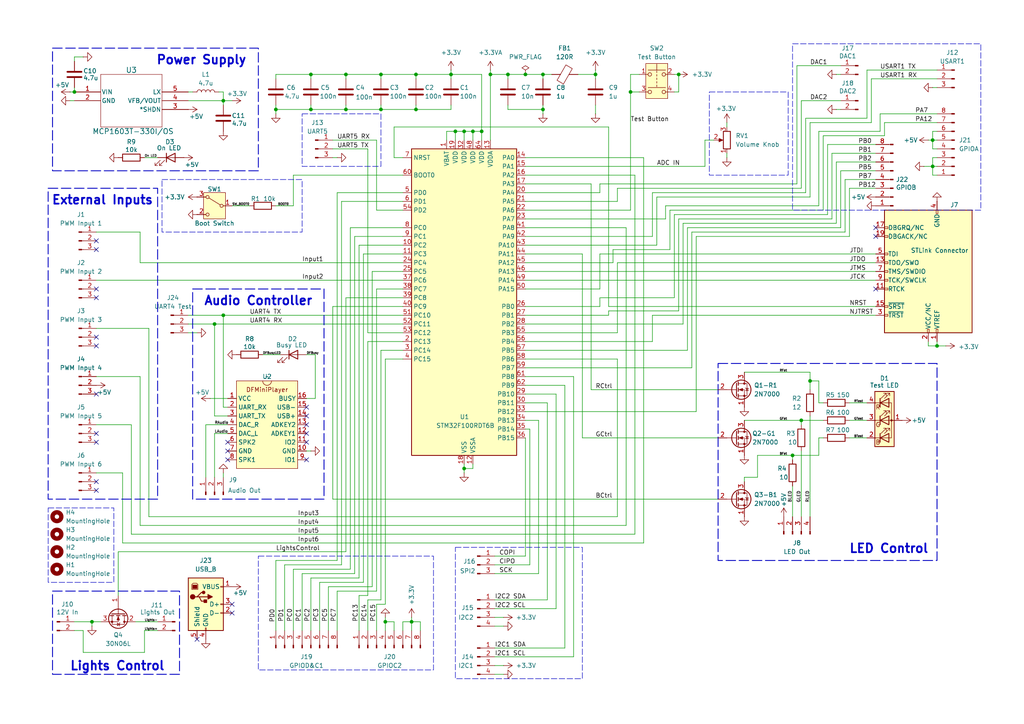
<source format=kicad_sch>
(kicad_sch (version 20231120) (generator "eeschema") (generator_version "8.0")
  (paper "A4")
  (lib_symbols
    (symbol "2025-04-01_05-35-07:MCP1603T-330I_OS" (pin_names (offset 0.254))
      (property "Reference" "U" (at 0 11.43 0))
      (property "Value" "MCP1603T-330I/OS" (at 0 8.89 0))
      (symbol "MCP1603T-330I_OS_1_1"
        (pin power_in line (at -16.51 2.54 0) (length 7.62) (name "VIN") (number "1"))
        (pin power_in line (at -16.51 0 0) (length 7.62) (name "GND") (number "2"))
        (pin input line (at 16.51 -2.54 180) (length 7.62) (name "*SHDN") (number "3"))
        (pin power_out line (at 16.51 0 180) (length 7.62) (name "VFB/VOUT") (number "4"))
        (pin power_out line (at 16.51 2.54 180) (length 7.62) (name "LX") (number "5"))
      )
    )
    (symbol "Connector:Conn_01x02_Pin" (pin_names (offset 1.016) hide)
      (property "Reference" "J" (at 0 2.54 0))
      (property "Value" "Conn_01x02_Pin" (at 0 -5.08 0))
      (symbol "Conn_01x02_Pin_1_1"
        (pin passive line (at 5.08 0 180) (length 3.81) (name "Pin_1") (number "1"))
        (pin passive line (at 5.08 -2.54 180) (length 3.81) (name "Pin_2") (number "2"))
      )
    )
    (symbol "Connector:Conn_01x03_Pin" (pin_names (offset 1.016) hide)
      (property "Reference" "J" (at 0 5.08 0))
      (property "Value" "Conn_01x03_Pin" (at 0 -5.08 0))
      (symbol "Conn_01x03_Pin_1_1"
        (pin passive line (at 5.08 2.54 180) (length 3.81) (name "Pin_1") (number "1"))
        (pin passive line (at 5.08 0 180) (length 3.81) (name "Pin_2") (number "2"))
        (pin passive line (at 5.08 -2.54 180) (length 3.81) (name "Pin_3") (number "3"))
      )
    )
    (symbol "Connector:Conn_01x04_Pin" (pin_names (offset 1.016) hide)
      (property "Reference" "J" (at 0 5.08 0))
      (property "Value" "Conn_01x04_Pin" (at 0 -7.62 0))
      (symbol "Conn_01x04_Pin_1_1"
        (pin passive line (at 5.08 2.54 180) (length 3.81) (name "Pin_1") (number "1"))
        (pin passive line (at 5.08 0 180) (length 3.81) (name "Pin_2") (number "2"))
        (pin passive line (at 5.08 -2.54 180) (length 3.81) (name "Pin_3") (number "3"))
        (pin passive line (at 5.08 -5.08 180) (length 3.81) (name "Pin_4") (number "4"))
      )
    )
    (symbol "Connector:Conn_01x08_Pin" (pin_names (offset 1.016) hide)
      (property "Reference" "J" (at 0 10.16 0))
      (property "Value" "Conn_01x08_Pin" (at 0 -12.7 0))
      (symbol "Conn_01x08_Pin_1_1"
        (pin passive line (at 5.08 7.62 180) (length 3.81) (name "Pin_1") (number "1"))
        (pin passive line (at 5.08 5.08 180) (length 3.81) (name "Pin_2") (number "2"))
        (pin passive line (at 5.08 2.54 180) (length 3.81) (name "Pin_3") (number "3"))
        (pin passive line (at 5.08 0 180) (length 3.81) (name "Pin_4") (number "4"))
        (pin passive line (at 5.08 -2.54 180) (length 3.81) (name "Pin_5") (number "5"))
        (pin passive line (at 5.08 -5.08 180) (length 3.81) (name "Pin_6") (number "6"))
        (pin passive line (at 5.08 -7.62 180) (length 3.81) (name "Pin_7") (number "7"))
        (pin passive line (at 5.08 -10.16 180) (length 3.81) (name "Pin_8") (number "8"))
      )
    )
    (symbol "Connector:Conn_ARM_JTAG_SWD_20" (pin_names (offset 1.016))
      (property "Reference" "J" (at -5.08 21.59 0))
      (property "Value" "Conn_ARM_JTAG_SWD_20" (at -5.08 19.05 0))
      (symbol "Conn_ARM_JTAG_SWD_20_1_1"
        (pin power_in line (at -2.54 20.32 270) (length 2.54) (name "VTREF") (number "1"))
        (pin passive line (at -2.54 -20.32 90) (length 2.54) hide (name "GND") (number "10"))
        (pin input line (at 15.24 5.08 180) (length 2.54) (name "RTCK") (number "11"))
        (pin passive line (at -2.54 -20.32 90) (length 2.54) hide (name "GND") (number "12"))
        (pin input line (at 15.24 -2.54 180) (length 2.54) (name "TDO/SWO") (number "13"))
        (pin passive line (at -2.54 -20.32 90) (length 2.54) hide (name "GND") (number "14"))
        (pin bidirectional line (at 15.24 10.16 180) (length 2.54) (name "~{SRST}") (number "15"))
        (pin passive line (at -2.54 -20.32 90) (length 2.54) hide (name "GND") (number "16"))
        (pin output line (at 15.24 -12.7 180) (length 2.54) (name "DBGRQ/NC") (number "17"))
        (pin passive line (at -2.54 -20.32 90) (length 2.54) hide (name "GND") (number "18"))
        (pin input line (at 15.24 -10.16 180) (length 2.54) (name "DBGACK/NC") (number "19"))
        (pin power_in line (at 0 20.32 270) (length 2.54) (name "VCC/NC") (number "2"))
        (pin passive line (at -2.54 -20.32 90) (length 2.54) hide (name "GND") (number "20"))
        (pin output line (at 15.24 12.7 180) (length 2.54) (name "~{TRST}") (number "3"))
        (pin power_in line (at -2.54 -20.32 90) (length 2.54) (name "GND") (number "4"))
        (pin output line (at 15.24 -5.08 180) (length 2.54) (name "TDI") (number "5"))
        (pin passive line (at -2.54 -20.32 90) (length 2.54) hide (name "GND") (number "6"))
        (pin output line (at 15.24 0 180) (length 2.54) (name "TMS/SWDIO") (number "7"))
        (pin passive line (at -2.54 -20.32 90) (length 2.54) hide (name "GND") (number "8"))
        (pin output line (at 15.24 2.54 180) (length 2.54) (name "TCK/SWCLK") (number "9"))
      )
    )
    (symbol "Connector:USB_B" (pin_names (offset 1.016))
      (property "Reference" "J" (at -5.08 11.43 0))
      (property "Value" "USB_B" (at -5.08 8.89 0))
      (symbol "USB_B_1_1"
        (pin power_out line (at 7.62 5.08 180) (length 2.54) (name "VBUS") (number "1"))
        (pin bidirectional line (at 7.62 -2.54 180) (length 2.54) (name "D-") (number "2"))
        (pin bidirectional line (at 7.62 0 180) (length 2.54) (name "D+") (number "3"))
        (pin power_out line (at 0 -10.16 90) (length 2.54) (name "GND") (number "4"))
        (pin passive line (at -2.54 -10.16 90) (length 2.54) (name "Shield") (number "5"))
      )
    )
    (symbol "Device:C" (pin_numbers hide) (pin_names (offset 0.254))
      (property "Reference" "C" (at 0.635 2.54 0))
      (property "Value" "C" (at 0.635 -2.54 0))
      (symbol "C_1_1"
        (pin passive line (at 0 3.81 270) (length 2.794) (name "~") (number "1"))
        (pin passive line (at 0 -3.81 90) (length 2.794) (name "~") (number "2"))
      )
    )
    (symbol "Device:FerriteBead" (pin_numbers hide) (pin_names (offset 0))
      (property "Reference" "FB" (at -3.81 0.635 90))
      (property "Value" "FerriteBead" (at 3.81 0 90))
      (symbol "FerriteBead_1_1"
        (pin passive line (at 0 3.81 270) (length 2.54) (name "~") (number "1"))
        (pin passive line (at 0 -3.81 90) (length 2.54) (name "~") (number "2"))
      )
    )
    (symbol "Device:L" (pin_numbers hide) (pin_names (offset 1.016) hide)
      (property "Reference" "L" (at -1.27 0 90))
      (property "Value" "L" (at 1.905 0 90))
      (symbol "L_1_1"
        (pin passive line (at 0 3.81 270) (length 1.27) (name "1") (number "1"))
        (pin passive line (at 0 -3.81 90) (length 1.27) (name "2") (number "2"))
      )
    )
    (symbol "Device:LED" (pin_numbers hide) (pin_names (offset 1.016) hide)
      (property "Reference" "D" (at 0 2.54 0))
      (property "Value" "LED" (at 0 -2.54 0))
      (symbol "LED_1_1"
        (pin passive line (at -3.81 0 0) (length 2.54) (name "K") (number "1"))
        (pin passive line (at 3.81 0 180) (length 2.54) (name "A") (number "2"))
      )
    )
    (symbol "Device:LED_ABGR" (pin_names (offset 0) hide)
      (property "Reference" "D" (at 0 9.398 0))
      (property "Value" "LED_ABGR" (at 0 -8.89 0))
      (symbol "LED_ABGR_0_0"
        (text "B" (at -1.905 -6.35 0) (effects (font (size 1.27 1.27))))
        (text "G" (at -1.905 -1.27 0) (effects (font (size 1.27 1.27))))
        (text "R" (at -1.905 3.81 0) (effects (font (size 1.27 1.27))))
      )
      (symbol "LED_ABGR_1_1"
        (pin passive line (at 5.08 0 180) (length 2.54) (name "A") (number "1"))
        (pin passive line (at -5.08 -5.08 0) (length 2.54) (name "BK") (number "2"))
        (pin passive line (at -5.08 0 0) (length 2.54) (name "GK") (number "3"))
        (pin passive line (at -5.08 5.08 0) (length 2.54) (name "RK") (number "4"))
      )
    )
    (symbol "Device:R" (pin_numbers hide) (pin_names (offset 0))
      (property "Reference" "R" (at 2.032 0 90))
      (property "Value" "R" (at 0 0 90))
      (symbol "R_1_1"
        (pin passive line (at 0 3.81 270) (length 1.27) (name "~") (number "1"))
        (pin passive line (at 0 -3.81 90) (length 1.27) (name "~") (number "2"))
      )
    )
    (symbol "Device:R_Potentiometer" (pin_names (offset 1.016) hide)
      (property "Reference" "RV" (at -4.445 0 90))
      (property "Value" "R_Potentiometer" (at -2.54 0 90))
      (symbol "R_Potentiometer_1_1"
        (pin passive line (at 0 3.81 270) (length 1.27) (name "1") (number "1"))
        (pin passive line (at 3.81 0 180) (length 1.27) (name "2") (number "2"))
        (pin passive line (at 0 -3.81 90) (length 1.27) (name "3") (number "3"))
      )
    )
    (symbol "MCU_ST_STM32F1:STM32F100RDTx"
      (property "Reference" "U" (at -15.24 46.99 0))
      (property "Value" "STM32F100RDTx" (at 10.16 46.99 0))
      (symbol "STM32F100RDTx_1_1"
        (pin power_in line (at -5.08 48.26 270) (length 2.54) (name "VBAT") (number "1"))
        (pin bidirectional line (at -17.78 17.78 0) (length 2.54) (name "PC2") (number "10"))
        (pin bidirectional line (at -17.78 15.24 0) (length 2.54) (name "PC3") (number "11"))
        (pin power_in line (at 2.54 -45.72 90) (length 2.54) (name "VSSA") (number "12"))
        (pin power_in line (at 7.62 48.26 270) (length 2.54) (name "VDDA") (number "13"))
        (pin bidirectional line (at 17.78 43.18 180) (length 2.54) (name "PA0") (number "14"))
        (pin bidirectional line (at 17.78 40.64 180) (length 2.54) (name "PA1") (number "15"))
        (pin bidirectional line (at 17.78 38.1 180) (length 2.54) (name "PA2") (number "16"))
        (pin bidirectional line (at 17.78 35.56 180) (length 2.54) (name "PA3") (number "17"))
        (pin power_in line (at 0 -45.72 90) (length 2.54) (name "VSS") (number "18"))
        (pin power_in line (at -2.54 48.26 270) (length 2.54) (name "VDD") (number "19"))
        (pin bidirectional line (at -17.78 -10.16 0) (length 2.54) (name "PC13") (number "2"))
        (pin bidirectional line (at 17.78 33.02 180) (length 2.54) (name "PA4") (number "20"))
        (pin bidirectional line (at 17.78 30.48 180) (length 2.54) (name "PA5") (number "21"))
        (pin bidirectional line (at 17.78 27.94 180) (length 2.54) (name "PA6") (number "22"))
        (pin bidirectional line (at 17.78 25.4 180) (length 2.54) (name "PA7") (number "23"))
        (pin bidirectional line (at -17.78 12.7 0) (length 2.54) (name "PC4") (number "24"))
        (pin bidirectional line (at -17.78 10.16 0) (length 2.54) (name "PC5") (number "25"))
        (pin bidirectional line (at 17.78 0 180) (length 2.54) (name "PB0") (number "26"))
        (pin bidirectional line (at 17.78 -2.54 180) (length 2.54) (name "PB1") (number "27"))
        (pin bidirectional line (at 17.78 -5.08 180) (length 2.54) (name "PB2") (number "28"))
        (pin bidirectional line (at 17.78 -25.4 180) (length 2.54) (name "PB10") (number "29"))
        (pin bidirectional line (at -17.78 -12.7 0) (length 2.54) (name "PC14") (number "3"))
        (pin bidirectional line (at 17.78 -27.94 180) (length 2.54) (name "PB11") (number "30"))
        (pin passive line (at 0 -45.72 90) (length 2.54) hide (name "VSS") (number "31"))
        (pin power_in line (at 0 48.26 270) (length 2.54) (name "VDD") (number "32"))
        (pin bidirectional line (at 17.78 -30.48 180) (length 2.54) (name "PB12") (number "33"))
        (pin bidirectional line (at 17.78 -33.02 180) (length 2.54) (name "PB13") (number "34"))
        (pin bidirectional line (at 17.78 -35.56 180) (length 2.54) (name "PB14") (number "35"))
        (pin bidirectional line (at 17.78 -38.1 180) (length 2.54) (name "PB15") (number "36"))
        (pin bidirectional line (at -17.78 7.62 0) (length 2.54) (name "PC6") (number "37"))
        (pin bidirectional line (at -17.78 5.08 0) (length 2.54) (name "PC7") (number "38"))
        (pin bidirectional line (at -17.78 2.54 0) (length 2.54) (name "PC8") (number "39"))
        (pin bidirectional line (at -17.78 -15.24 0) (length 2.54) (name "PC15") (number "4"))
        (pin bidirectional line (at -17.78 0 0) (length 2.54) (name "PC9") (number "40"))
        (pin bidirectional line (at 17.78 22.86 180) (length 2.54) (name "PA8") (number "41"))
        (pin bidirectional line (at 17.78 20.32 180) (length 2.54) (name "PA9") (number "42"))
        (pin bidirectional line (at 17.78 17.78 180) (length 2.54) (name "PA10") (number "43"))
        (pin bidirectional line (at 17.78 15.24 180) (length 2.54) (name "PA11") (number "44"))
        (pin bidirectional line (at 17.78 12.7 180) (length 2.54) (name "PA12") (number "45"))
        (pin bidirectional line (at 17.78 10.16 180) (length 2.54) (name "PA13") (number "46"))
        (pin passive line (at 0 -45.72 90) (length 2.54) hide (name "VSS") (number "47"))
        (pin power_in line (at 2.54 48.26 270) (length 2.54) (name "VDD") (number "48"))
        (pin bidirectional line (at 17.78 7.62 180) (length 2.54) (name "PA14") (number "49"))
        (pin bidirectional line (at -17.78 33.02 0) (length 2.54) (name "PD0") (number "5"))
        (pin bidirectional line (at 17.78 5.08 180) (length 2.54) (name "PA15") (number "50"))
        (pin bidirectional line (at -17.78 -2.54 0) (length 2.54) (name "PC10") (number "51"))
        (pin bidirectional line (at -17.78 -5.08 0) (length 2.54) (name "PC11") (number "52"))
        (pin bidirectional line (at -17.78 -7.62 0) (length 2.54) (name "PC12") (number "53"))
        (pin bidirectional line (at -17.78 27.94 0) (length 2.54) (name "PD2") (number "54"))
        (pin bidirectional line (at 17.78 -7.62 180) (length 2.54) (name "PB3") (number "55"))
        (pin bidirectional line (at 17.78 -10.16 180) (length 2.54) (name "PB4") (number "56"))
        (pin bidirectional line (at 17.78 -12.7 180) (length 2.54) (name "PB5") (number "57"))
        (pin bidirectional line (at 17.78 -15.24 180) (length 2.54) (name "PB6") (number "58"))
        (pin bidirectional line (at 17.78 -17.78 180) (length 2.54) (name "PB7") (number "59"))
        (pin bidirectional line (at -17.78 30.48 0) (length 2.54) (name "PD1") (number "6"))
        (pin input line (at -17.78 38.1 0) (length 2.54) (name "BOOT0") (number "60"))
        (pin bidirectional line (at 17.78 -20.32 180) (length 2.54) (name "PB8") (number "61"))
        (pin bidirectional line (at 17.78 -22.86 180) (length 2.54) (name "PB9") (number "62"))
        (pin passive line (at 0 -45.72 90) (length 2.54) hide (name "VSS") (number "63"))
        (pin power_in line (at 5.08 48.26 270) (length 2.54) (name "VDD") (number "64"))
        (pin input line (at -17.78 43.18 0) (length 2.54) (name "NRST") (number "7"))
        (pin bidirectional line (at -17.78 22.86 0) (length 2.54) (name "PC0") (number "8"))
        (pin bidirectional line (at -17.78 20.32 0) (length 2.54) (name "PC1") (number "9"))
      )
    )
    (symbol "Mechanical:MountingHole" (pin_names (offset 1.016)) (exclude_from_sim yes) (in_bom no)
      (property "Reference" "H" (at 0 5.08 0))
      (property "Value" "MountingHole" (at 0 3.175 0))
    )
    (symbol "NicksSymbols:DFMiniPlayer"
      (property "Reference" "U" (at 0 0 0))
      (symbol "DFMiniPlayer_1_1"
        (text "DFMiniPlayer\n" (at 0 11.43 0) (effects (font (size 1.27 1.27))))
        (pin power_in line (at -11.43 8.89 0) (length 2.54) (name "VCC") (number "1"))
        (pin power_in line (at 11.43 -6.35 180) (length 2.54) (name "GND") (number "10"))
        (pin input line (at 11.43 -3.81 180) (length 2.54) (name "IO2") (number "11"))
        (pin input line (at 11.43 -1.27 180) (length 2.54) (name "ADKEY1") (number "12"))
        (pin input line (at 11.43 1.27 180) (length 2.54) (name "ADKEY2") (number "13"))
        (pin input line (at 11.43 3.81 180) (length 2.54) (name "USB+") (number "14"))
        (pin input line (at 11.43 6.35 180) (length 2.54) (name "USB-") (number "15"))
        (pin output line (at 11.43 8.89 180) (length 2.54) (name "BUSY") (number "16"))
        (pin input line (at -11.43 6.35 0) (length 2.54) (name "UART_RX") (number "2"))
        (pin output line (at -11.43 3.81 0) (length 2.54) (name "UART_TX") (number "3"))
        (pin output line (at -11.43 1.27 0) (length 2.54) (name "DAC_R") (number "4"))
        (pin output line (at -11.43 -1.27 0) (length 2.54) (name "DAC_L") (number "5"))
        (pin output line (at -11.43 -3.81 0) (length 2.54) (name "SPK2") (number "6"))
        (pin power_in line (at -11.43 -6.35 0) (length 2.54) (name "GND") (number "7"))
        (pin output line (at -11.43 -8.89 0) (length 2.54) (name "SPK1") (number "8"))
        (pin input line (at 11.43 -8.89 180) (length 2.54) (name "IO1") (number "9"))
      )
    )
    (symbol "Switch:SW_Push_Dual" (pin_names (offset 1.016) hide)
      (property "Reference" "SW" (at 0 7.62 0))
      (property "Value" "SW_Push_Dual" (at 0 -6.35 0))
      (symbol "SW_Push_Dual_0_1"
        (pin passive line (at -5.08 2.54 0) (length 2.54) (name "1") (number "1"))
        (pin passive line (at 5.08 2.54 180) (length 2.54) (name "2") (number "2"))
        (pin passive line (at -5.08 -2.54 0) (length 2.54) (name "3") (number "3"))
        (pin passive line (at 5.08 -2.54 180) (length 2.54) (name "4") (number "4"))
      )
    )
    (symbol "Switch:SW_SPDT_312" (pin_names (offset 1) hide)
      (property "Reference" "SW" (at 0 5.08 0))
      (property "Value" "SW_SPDT_312" (at 0 -5.08 0))
      (symbol "SW_SPDT_312_1_1"
        (pin passive line (at -5.08 0 0) (length 2.54) (name "B") (number "1"))
        (pin passive line (at 5.08 -2.54 180) (length 2.54) (name "C") (number "2"))
        (pin passive line (at 5.08 2.54 180) (length 2.54) (name "A") (number "3"))
      )
    )
    (symbol "Transistor_FET:2N7000" (pin_names hide)
      (property "Reference" "Q" (at 5.08 1.905 0))
      (property "Value" "2N7000" (at 5.08 0 0))
      (symbol "2N7000_1_1"
        (pin passive line (at 2.54 -5.08 90) (length 2.54) (name "S") (number "1"))
        (pin input line (at -5.08 0 0) (length 2.54) (name "G") (number "2"))
        (pin passive line (at 2.54 5.08 270) (length 2.54) (name "D") (number "3"))
      )
    )
    (symbol "Transistor_FET:RS9N50D" (pin_names hide)
      (property "Reference" "Q" (at 5.08 1.905 0))
      (property "Value" "RS9N50D" (at 5.08 0 0))
      (symbol "RS9N50D_1_1"
        (pin input line (at -5.08 0 0) (length 2.54) (name "G") (number "1"))
        (pin passive line (at 2.54 5.08 270) (length 2.54) (name "D") (number "2"))
        (pin passive line (at 2.54 -5.08 90) (length 2.54) (name "S") (number "3"))
      )
    )
    (symbol "power:+3.3V" (power) (pin_numbers hide) (pin_names (offset 0) hide)
      (property "Value" "+3.3V" (at 0 3.556 0))
      (symbol "+3.3V_1_1"
        (pin power_in line (at 0 0 90) (length 0) (name "~") (number "1"))
      )
    )
    (symbol "power:+3.3VA" (power) (pin_numbers hide) (pin_names (offset 0) hide)
      (property "Value" "+3.3VA" (at 0 3.556 0))
      (symbol "+3.3VA_1_1"
        (pin power_in line (at 0 0 90) (length 0) (name "~") (number "1"))
      )
    )
    (symbol "power:+5V" (power) (pin_numbers hide) (pin_names (offset 0) hide)
      (property "Value" "+5V" (at 0 3.556 0))
      (symbol "+5V_1_1"
        (pin power_in line (at 0 0 90) (length 0) (name "~") (number "1"))
      )
    )
    (symbol "power:GND" (power) (pin_numbers hide) (pin_names (offset 0) hide)
      (property "Value" "GND" (at 0 -3.81 0))
      (symbol "GND_1_1"
        (pin power_in line (at 0 0 270) (length 0) (name "~") (number "1"))
      )
    )
    (symbol "power:PWR_FLAG" (power) (pin_numbers hide) (pin_names (offset 0) hide)
      (property "Value" "PWR_FLAG" (at 0 3.81 0))
      (symbol "PWR_FLAG_0_0"
        (pin power_out line (at 0 0 90) (length 0) (name "~") (number "1"))
      )
    )
  )
  (junction (at 182.88 26.67))
  (junction (at 172.72 21.59))
  (junction (at 139.7 38.1))
  (junction (at 157.48 21.59))
  (junction (at 132.08 38.1))
  (junction (at 152.4 21.59))
  (junction (at 120.65 31.75))
  (junction (at 110.49 31.75))
  (junction (at 229.87 132.08))
  (junction (at 142.24 21.59))
  (junction (at 64.77 91.44))
  (junction (at 100.33 31.75))
  (junction (at 26.67 180.34))
  (junction (at 100.33 21.59))
  (junction (at 64.77 29.21))
  (junction (at 130.81 21.59))
  (junction (at 134.62 38.1))
  (junction (at 111.76 180.34))
  (junction (at 134.62 135.89))
  (junction (at 270.51 40.64))
  (junction (at 120.65 21.59))
  (junction (at 271.78 100.33))
  (junction (at 137.16 38.1))
  (junction (at 21.59 26.67))
  (junction (at 157.48 31.75))
  (junction (at 90.17 31.75))
  (junction (at 80.01 31.75))
  (junction (at 62.23 93.98))
  (junction (at 234.95 110.49))
  (junction (at 196.85 21.59))
  (junction (at 147.32 21.59))
  (junction (at 119.38 180.34))
  (junction (at 232.41 121.92))
  (junction (at 90.17 21.59))
  (junction (at 110.49 21.59))
  (junction (at 270.51 48.26))
  (no_connect (at 66.04 130.81))
  (no_connect (at 254 66.04))
  (no_connect (at 27.94 125.73))
  (no_connect (at 66.04 128.27))
  (no_connect (at 88.9 133.35))
  (no_connect (at 27.94 69.85))
  (no_connect (at 254 68.58))
  (no_connect (at 88.9 125.73))
  (no_connect (at 27.94 97.79))
  (no_connect (at 88.9 118.11))
  (no_connect (at 57.15 185.42))
  (no_connect (at 88.9 128.27))
  (no_connect (at 27.94 128.27))
  (no_connect (at 66.04 133.35))
  (no_connect (at 27.94 114.3))
  (no_connect (at 27.94 86.36))
  (no_connect (at 67.31 177.8))
  (no_connect (at 88.9 123.19))
  (no_connect (at 27.94 83.82))
  (no_connect (at 254 83.82))
  (no_connect (at 27.94 72.39))
  (no_connect (at 27.94 142.24))
  (no_connect (at 27.94 100.33))
  (no_connect (at 27.94 139.7))
  (no_connect (at 67.31 175.26))
  (no_connect (at 88.9 120.65))
  (wire (pts (xy 152.4 21.59) (xy 157.48 21.59)))
  (wire (pts (xy 246.38 68.58) (xy 246.38 54.61)))
  (wire (pts (xy 85.09 50.8) (xy 116.84 50.8)))
  (wire (pts (xy 193.04 59.69) (xy 193.04 63.5)))
  (wire (pts (xy 179.07 104.14) (xy 179.07 149.86)))
  (wire (pts (xy 152.4 109.22) (xy 166.37 109.22)))
  (wire (pts (xy 114.3 36.83) (xy 176.53 36.83)))
  (wire (pts (xy 229.87 132.08) (xy 229.87 133.35)))
  (wire (pts (xy 242.57 64.77) (xy 242.57 46.99)))
  (wire (pts (xy 100.33 21.59) (xy 100.33 22.86)))
  (wire (pts (xy 92.71 168.91) (xy 105.41 168.91)))
  (wire (pts (xy 60.96 115.57) (xy 66.04 115.57)))
  (wire (pts (xy 215.9 107.95) (xy 234.95 107.95)))
  (wire (pts (xy 80.01 162.56) (xy 80.01 182.88)))
  (wire (pts (xy 139.7 21.59) (xy 139.7 38.1)))
  (wire (pts (xy 114.3 45.72) (xy 114.3 36.83)))
  (wire (pts (xy 95.25 170.18) (xy 107.95 170.18)))
  (wire (pts (xy 62.23 93.98) (xy 62.23 120.65)))
  (wire (pts (xy 91.44 102.87) (xy 91.44 115.57)))
  (wire (pts (xy 182.88 26.67) (xy 185.42 26.67)))
  (wire (pts (xy 242.57 31.75) (xy 243.84 31.75)))
  (wire (pts (xy 199.39 101.6) (xy 152.4 101.6)))
  (wire (pts (xy 229.87 140.97) (xy 229.87 149.86)))
  (wire (pts (xy 156.21 121.92) (xy 156.21 166.37)))
  (wire (pts (xy 182.88 60.96) (xy 182.88 26.67)))
  (wire (pts (xy 137.16 38.1) (xy 134.62 38.1)))
  (wire (pts (xy 90.17 182.88) (xy 90.17 167.64)))
  (wire (pts (xy 234.95 57.15) (xy 190.5 57.15)))
  (wire (pts (xy 39.37 180.34) (xy 45.72 180.34)))
  (wire (pts (xy 137.16 134.62) (xy 137.16 135.89)))
  (wire (pts (xy 119.38 179.07) (xy 119.38 180.34)))
  (wire (pts (xy 76.2 102.87) (xy 81.28 102.87)))
  (wire (pts (xy 111.76 180.34) (xy 114.3 180.34)))
  (wire (pts (xy 271.78 38.1) (xy 270.51 38.1)))
  (wire (pts (xy 139.7 40.64) (xy 139.7 38.1)))
  (wire (pts (xy 96.52 144.78) (xy 208.28 144.78)))
  (wire (pts (xy 161.29 114.3) (xy 161.29 176.53)))
  (wire (pts (xy 90.17 21.59) (xy 100.33 21.59)))
  (wire (pts (xy 240.03 62.23) (xy 195.58 62.23)))
  (wire (pts (xy 186.69 45.72) (xy 186.69 157.48)))
  (wire (pts (xy 152.4 81.28) (xy 254 81.28)))
  (wire (pts (xy 271.78 25.4) (xy 270.51 25.4)))
  (wire (pts (xy 232.41 29.21) (xy 232.41 54.61)))
  (wire (pts (xy 143.51 195.58) (xy 146.05 195.58)))
  (wire (pts (xy 96.52 40.64) (xy 109.22 40.64)))
  (wire (pts (xy 219.71 132.08) (xy 229.87 132.08)))
  (wire (pts (xy 185.42 21.59) (xy 182.88 21.59)))
  (wire (pts (xy 88.9 130.81) (xy 90.17 130.81)))
  (wire (pts (xy 234.95 107.95) (xy 234.95 110.49)))
  (wire (pts (xy 130.81 20.32) (xy 130.81 21.59)))
  (wire (pts (xy 80.01 22.86) (xy 80.01 21.59)))
  (wire (pts (xy 152.4 104.14) (xy 179.07 104.14)))
  (wire (pts (xy 152.4 66.04) (xy 181.61 66.04)))
  (wire (pts (xy 82.55 182.88) (xy 82.55 163.83)))
  (wire (pts (xy 101.6 66.04) (xy 116.84 66.04)))
  (wire (pts (xy 130.81 21.59) (xy 139.7 21.59)))
  (wire (pts (xy 143.51 190.5) (xy 166.37 190.5)))
  (wire (pts (xy 116.84 55.88) (xy 97.79 55.88)))
  (wire (pts (xy 196.85 90.17) (xy 176.53 90.17)))
  (wire (pts (xy 24.13 182.88) (xy 24.13 189.23)))
  (wire (pts (xy 181.61 66.04) (xy 181.61 152.4)))
  (wire (pts (xy 270.51 43.18) (xy 271.78 43.18)))
  (wire (pts (xy 269.24 100.33) (xy 271.78 100.33)))
  (wire (pts (xy 269.24 99.06) (xy 269.24 100.33)))
  (wire (pts (xy 242.57 21.59) (xy 243.84 21.59)))
  (wire (pts (xy 100.33 31.75) (xy 110.49 31.75)))
  (wire (pts (xy 215.9 121.92) (xy 232.41 121.92)))
  (wire (pts (xy 64.77 137.16) (xy 64.77 138.43)))
  (wire (pts (xy 152.4 127) (xy 152.4 161.29)))
  (wire (pts (xy 121.92 182.88) (xy 121.92 180.34)))
  (wire (pts (xy 64.77 91.44) (xy 116.84 91.44)))
  (wire (pts (xy 233.68 55.88) (xy 233.68 34.29)))
  (wire (pts (xy 100.33 86.36) (xy 100.33 160.02)))
  (wire (pts (xy 96.52 45.72) (xy 97.79 45.72)))
  (wire (pts (xy 152.4 55.88) (xy 173.99 55.88)))
  (wire (pts (xy 163.83 111.76) (xy 152.4 111.76)))
  (wire (pts (xy 158.75 116.84) (xy 158.75 173.99)))
  (wire (pts (xy 245.11 67.31) (xy 200.66 67.31)))
  (wire (pts (xy 189.23 68.58) (xy 189.23 55.88)))
  (wire (pts (xy 231.14 53.34) (xy 231.14 19.05)))
  (wire (pts (xy 232.41 121.92) (xy 232.41 123.19)))
  (wire (pts (xy 85.09 59.69) (xy 85.09 50.8)))
  (wire (pts (xy 104.14 167.64) (xy 104.14 71.12)))
  (wire (pts (xy 156.21 166.37) (xy 143.51 166.37)))
  (wire (pts (xy 134.62 135.89) (xy 134.62 137.16)))
  (wire (pts (xy 270.51 40.64) (xy 271.78 40.64)))
  (wire (pts (xy 238.76 39.37) (xy 256.54 39.37)))
  (wire (pts (xy 137.16 135.89) (xy 134.62 135.89)))
  (wire (pts (xy 153.67 163.83) (xy 143.51 163.83)))
  (wire (pts (xy 114.3 180.34) (xy 114.3 182.88)))
  (wire (pts (xy 147.32 30.48) (xy 147.32 31.75)))
  (wire (pts (xy 116.84 86.36) (xy 100.33 86.36)))
  (wire (pts (xy 152.4 83.82) (xy 173.99 83.82)))
  (wire (pts (xy 238.76 60.96) (xy 238.76 39.37)))
  (wire (pts (xy 24.13 182.88) (xy 21.59 182.88)))
  (wire (pts (xy 173.99 55.88) (xy 173.99 53.34)))
  (wire (pts (xy 109.22 171.45) (xy 109.22 83.82)))
  (wire (pts (xy 152.4 68.58) (xy 189.23 68.58)))
  (wire (pts (xy 157.48 21.59) (xy 157.48 22.86)))
  (wire (pts (xy 194.31 60.96) (xy 238.76 60.96)))
  (wire (pts (xy 204.47 40.64) (xy 207.01 40.64)))
  (wire (pts (xy 242.57 46.99) (xy 254 46.99)))
  (wire (pts (xy 80.01 31.75) (xy 90.17 31.75)))
  (wire (pts (xy 40.64 67.31) (xy 40.64 76.2)))
  (wire (pts (xy 106.68 172.72) (xy 104.14 172.72)))
  (wire (pts (xy 254 44.45) (xy 241.3 44.45)))
  (wire (pts (xy 107.95 170.18) (xy 107.95 78.74)))
  (wire (pts (xy 256.54 35.56) (xy 271.78 35.56)))
  (wire (pts (xy 237.49 38.1) (xy 237.49 59.69)))
  (wire (pts (xy 229.87 132.08) (xy 237.49 132.08)))
  (wire (pts (xy 106.68 43.18) (xy 106.68 96.52)))
  (wire (pts (xy 179.07 58.42) (xy 179.07 54.61)))
  (wire (pts (xy 109.22 60.96) (xy 116.84 60.96)))
  (wire (pts (xy 66.04 118.11) (xy 64.77 118.11)))
  (wire (pts (xy 54.61 26.67) (xy 55.88 26.67)))
  (wire (pts (xy 41.91 45.72) (xy 45.72 45.72)))
  (wire (pts (xy 90.17 30.48) (xy 90.17 31.75)))
  (wire (pts (xy 132.08 38.1) (xy 132.08 40.64)))
  (wire (pts (xy 54.61 91.44) (xy 64.77 91.44)))
  (wire (pts (xy 130.81 21.59) (xy 130.81 22.86)))
  (wire (pts (xy 105.41 168.91) (xy 105.41 73.66)))
  (wire (pts (xy 21.59 180.34) (xy 26.67 180.34)))
  (wire (pts (xy 116.84 45.72) (xy 114.3 45.72)))
  (wire (pts (xy 179.07 54.61) (xy 232.41 54.61)))
  (wire (pts (xy 152.4 76.2) (xy 177.8 76.2)))
  (wire (pts (xy 256.54 35.56) (xy 256.54 39.37)))
  (wire (pts (xy 271.78 99.06) (xy 271.78 100.33)))
  (wire (pts (xy 142.24 20.32) (xy 142.24 21.59)))
  (wire (pts (xy 24.13 16.51) (xy 21.59 16.51)))
  (wire (pts (xy 139.7 38.1) (xy 137.16 38.1)))
  (wire (pts (xy 40.64 76.2) (xy 116.84 76.2)))
  (wire (pts (xy 252.73 35.56) (xy 234.95 35.56)))
  (wire (pts (xy 177.8 76.2) (xy 177.8 72.39)))
  (wire (pts (xy 109.22 182.88) (xy 109.22 175.26)))
  (wire (pts (xy 143.51 179.07) (xy 146.05 179.07)))
  (wire (pts (xy 204.47 48.26) (xy 152.4 48.26)))
  (wire (pts (xy 143.51 193.04) (xy 146.05 193.04)))
  (wire (pts (xy 59.69 123.19) (xy 59.69 138.43)))
  (wire (pts (xy 232.41 121.92) (xy 238.76 121.92)))
  (wire (pts (xy 234.95 35.56) (xy 234.95 57.15)))
  (wire (pts (xy 41.91 182.88) (xy 45.72 182.88)))
  (wire (pts (xy 21.59 16.51) (xy 21.59 17.78)))
  (wire (pts (xy 152.4 60.96) (xy 182.88 60.96)))
  (wire (pts (xy 251.46 20.32) (xy 271.78 20.32)))
  (wire (pts (xy 110.49 21.59) (xy 110.49 22.86)))
  (wire (pts (xy 104.14 172.72) (xy 104.14 182.88)))
  (wire (pts (xy 254 49.53) (xy 243.84 49.53)))
  (wire (pts (xy 243.84 66.04) (xy 199.39 66.04)))
  (wire (pts (xy 271.78 33.02) (xy 255.27 33.02)))
  (wire (pts (xy 147.32 22.86) (xy 147.32 21.59)))
  (wire (pts (xy 237.49 59.69) (xy 193.04 59.69)))
  (wire (pts (xy 99.06 163.83) (xy 99.06 58.42)))
  (wire (pts (xy 215.9 138.43) (xy 219.71 138.43)))
  (wire (pts (xy 80.01 31.75) (xy 80.01 33.02)))
  (wire (pts (xy 67.31 29.21) (xy 64.77 29.21)))
  (wire (pts (xy 27.94 95.25) (xy 43.18 95.25)))
  (wire (pts (xy 270.51 50.8) (xy 270.51 48.26)))
  (wire (pts (xy 143.51 181.61) (xy 146.05 181.61)))
  (wire (pts (xy 201.93 68.58) (xy 246.38 68.58)))
  (wire (pts (xy 172.72 30.48) (xy 172.72 33.02)))
  (wire (pts (xy 80.01 59.69) (xy 85.09 59.69)))
  (wire (pts (xy 237.49 116.84) (xy 237.49 110.49)))
  (wire (pts (xy 152.4 58.42) (xy 179.07 58.42)))
  (wire (pts (xy 176.53 90.17) (xy 176.53 91.44)))
  (wire (pts (xy 27.94 81.28) (xy 116.84 81.28)))
  (wire (pts (xy 105.41 73.66) (xy 116.84 73.66)))
  (wire (pts (xy 233.68 34.29) (xy 251.46 34.29)))
  (wire (pts (xy 95.25 182.88) (xy 95.25 170.18)))
  (wire (pts (xy 120.65 31.75) (xy 130.81 31.75)))
  (wire (pts (xy 21.59 25.4) (xy 21.59 26.67)))
  (wire (pts (xy 184.15 50.8) (xy 184.15 154.94)))
  (wire (pts (xy 234.95 120.65) (xy 234.95 149.86)))
  (wire (pts (xy 153.67 124.46) (xy 153.67 163.83)))
  (wire (pts (xy 163.83 187.96) (xy 163.83 111.76)))
  (wire (pts (xy 246.38 127) (xy 251.46 127)))
  (wire (pts (xy 189.23 55.88) (xy 233.68 55.88)))
  (wire (pts (xy 271.78 45.72) (xy 270.51 45.72)))
  (wire (pts (xy 110.49 173.99) (xy 110.49 101.6)))
  (wire (pts (xy 199.39 66.04) (xy 199.39 101.6)))
  (wire (pts (xy 109.22 40.64) (xy 109.22 60.96)))
  (wire (pts (xy 157.48 31.75) (xy 157.48 30.48)))
  (wire (pts (xy 267.97 48.26) (xy 270.51 48.26)))
  (wire (pts (xy 90.17 21.59) (xy 90.17 22.86)))
  (wire (pts (xy 59.69 123.19) (xy 66.04 123.19)))
  (wire (pts (xy 97.79 162.56) (xy 80.01 162.56)))
  (wire (pts (xy 97.79 171.45) (xy 109.22 171.45)))
  (wire (pts (xy 152.4 50.8) (xy 184.15 50.8)))
  (wire (pts (xy 176.53 36.83) (xy 176.53 88.9)))
  (wire (pts (xy 176.53 88.9) (xy 254 88.9)))
  (wire (pts (xy 143.51 187.96) (xy 163.83 187.96)))
  (wire (pts (xy 64.77 30.48) (xy 64.77 29.21)))
  (wire (pts (xy 173.99 53.34) (xy 231.14 53.34)))
  (wire (pts (xy 106.68 99.06) (xy 106.68 172.72)))
  (wire (pts (xy 116.84 99.06) (xy 106.68 99.06)))
  (wire (pts (xy 200.66 106.68) (xy 152.4 106.68)))
  (wire (pts (xy 129.54 38.1) (xy 129.54 40.64)))
  (wire (pts (xy 152.4 116.84) (xy 158.75 116.84)))
  (wire (pts (xy 147.32 21.59) (xy 152.4 21.59)))
  (wire (pts (xy 134.62 38.1) (xy 132.08 38.1)))
  (wire (pts (xy 152.4 93.98) (xy 198.12 93.98)))
  (wire (pts (xy 195.58 21.59) (xy 196.85 21.59)))
  (wire (pts (xy 189.23 91.44) (xy 189.23 99.06)))
  (wire (pts (xy 97.79 55.88) (xy 97.79 162.56)))
  (wire (pts (xy 80.01 21.59) (xy 90.17 21.59)))
  (wire (pts (xy 64.77 118.11) (xy 64.77 91.44)))
  (wire (pts (xy 274.32 100.33) (xy 271.78 100.33)))
  (wire (pts (xy 147.32 31.75) (xy 157.48 31.75)))
  (wire (pts (xy 40.64 152.4) (xy 40.64 109.22)))
  (wire (pts (xy 195.58 62.23) (xy 195.58 86.36)))
  (wire (pts (xy 152.4 161.29) (xy 143.51 161.29)))
  (wire (pts (xy 255.27 33.02) (xy 255.27 38.1)))
  (wire (pts (xy 100.33 21.59) (xy 110.49 21.59)))
  (wire (pts (xy 119.38 180.34) (xy 116.84 180.34)))
  (wire (pts (xy 179.07 76.2) (xy 254 76.2)))
  (wire (pts (xy 137.16 38.1) (xy 137.16 40.64)))
  (wire (pts (xy 196.85 63.5) (xy 196.85 90.17)))
  (wire (pts (xy 177.8 72.39) (xy 194.31 72.39)))
  (wire (pts (xy 147.32 21.59) (xy 142.24 21.59)))
  (wire (pts (xy 152.4 114.3) (xy 161.29 114.3)))
  (wire (pts (xy 99.06 58.42) (xy 116.84 58.42)))
  (wire (pts (xy 241.3 63.5) (xy 196.85 63.5)))
  (wire (pts (xy 189.23 91.44) (xy 254 91.44)))
  (wire (pts (xy 195.58 26.67) (xy 196.85 26.67)))
  (wire (pts (xy 62.23 125.73) (xy 66.04 125.73)))
  (wire (pts (xy 182.88 21.59) (xy 182.88 26.67)))
  (wire (pts (xy 152.4 99.06) (xy 189.23 99.06)))
  (wire (pts (xy 40.64 109.22) (xy 27.94 109.22)))
  (wire (pts (xy 198.12 64.77) (xy 242.57 64.77)))
  (wire (pts (xy 246.38 116.84) (xy 251.46 116.84)))
  (wire (pts (xy 173.99 83.82) (xy 173.99 73.66)))
  (wire (pts (xy 111.76 104.14) (xy 116.84 104.14)))
  (wire (pts (xy 38.1 154.94) (xy 184.15 154.94)))
  (wire (pts (xy 64.77 26.67) (xy 63.5 26.67)))
  (wire (pts (xy 179.07 96.52) (xy 152.4 96.52)))
  (wire (pts (xy 120.65 30.48) (xy 120.65 31.75)))
  (wire (pts (xy 100.33 30.48) (xy 100.33 31.75)))
  (wire (pts (xy 38.1 154.94) (xy 38.1 123.19)))
  (wire (pts (xy 62.23 138.43) (xy 62.23 125.73)))
  (wire (pts (xy 134.62 38.1) (xy 134.62 40.64)))
  (wire (pts (xy 254 52.07) (xy 245.11 52.07)))
  (wire (pts (xy 111.76 175.26) (xy 111.76 104.14)))
  (wire (pts (xy 26.67 180.34) (xy 29.21 180.34)))
  (wire (pts (xy 87.63 166.37) (xy 102.87 166.37)))
  (wire (pts (xy 111.76 180.34) (xy 111.76 182.88)))
  (wire (pts (xy 196.85 26.67) (xy 196.85 21.59)))
  (wire (pts (xy 27.94 137.16) (xy 35.56 137.16)))
  (wire (pts (xy 34.29 160.02) (xy 34.29 172.72)))
  (wire (pts (xy 27.94 67.31) (xy 40.64 67.31)))
  (wire (pts (xy 152.4 119.38) (xy 201.93 119.38)))
  (wire (pts (xy 210.82 35.56) (xy 210.82 36.83)))
  (wire (pts (xy 34.29 160.02) (xy 100.33 160.02)))
  (wire (pts (xy 109.22 83.82) (xy 116.84 83.82)))
  (wire (pts (xy 110.49 30.48) (xy 110.49 31.75)))
  (wire (pts (xy 120.65 21.59) (xy 120.65 22.86)))
  (wire (pts (xy 190.5 71.12) (xy 152.4 71.12)))
  (wire (pts (xy 194.31 72.39) (xy 194.31 60.96)))
  (wire (pts (xy 64.77 26.67) (xy 64.77 29.21)))
  (wire (pts (xy 24.13 189.23) (xy 41.91 189.23)))
  (wire (pts (xy 152.4 73.66) (xy 168.91 73.66)))
  (wire (pts (xy 106.68 173.99) (xy 110.49 173.99)))
  (wire (pts (xy 54.61 93.98) (xy 62.23 93.98)))
  (wire (pts (xy 40.64 152.4) (xy 181.61 152.4)))
  (wire (pts (xy 237.49 116.84) (xy 238.76 116.84)))
  (wire (pts (xy 234.95 110.49) (xy 237.49 110.49)))
  (wire (pts (xy 116.84 180.34) (xy 116.84 182.88)))
  (wire (pts (xy 110.49 21.59) (xy 120.65 21.59)))
  (wire (pts (xy 62.23 120.65) (xy 66.04 120.65)))
  (wire (pts (xy 41.91 182.88) (xy 41.91 189.23)))
  (wire (pts (xy 270.51 48.26) (xy 271.78 48.26)))
  (wire (pts (xy 215.9 138.43) (xy 215.9 139.7)))
  (wire (pts (xy 101.6 66.04) (xy 101.6 165.1)))
  (wire (pts (xy 219.71 132.08) (xy 219.71 138.43)))
  (wire (pts (xy 245.11 52.07) (xy 245.11 67.31)))
  (wire (pts (xy 80.01 30.48) (xy 80.01 31.75)))
  (wire (pts (xy 62.23 93.98) (xy 116.84 93.98)))
  (wire (pts (xy 152.4 45.72) (xy 186.69 45.72)))
  (wire (pts (xy 90.17 31.75) (xy 100.33 31.75)))
  (wire (pts (xy 120.65 21.59) (xy 130.81 21.59)))
  (wire (pts (xy 88.9 102.87) (xy 91.44 102.87)))
  (wire (pts (xy 107.95 78.74) (xy 116.84 78.74)))
  (wire (pts (xy 240.03 41.91) (xy 240.03 62.23)))
  (wire (pts (xy 190.5 57.15) (xy 190.5 71.12)))
  (wire (pts (xy 91.44 115.57) (xy 88.9 115.57)))
  (wire (pts (xy 168.91 127) (xy 208.28 127)))
  (wire (pts (xy 85.09 165.1) (xy 101.6 165.1)))
  (wire (pts (xy 179.07 76.2) (xy 179.07 96.52)))
  (wire (pts (xy 237.49 127) (xy 237.49 132.08)))
  (wire (pts (xy 231.14 19.05) (xy 243.84 19.05)))
  (wire (pts (xy 110.49 101.6) (xy 116.84 101.6)))
  (wire (pts (xy 251.46 34.29) (xy 251.46 20.32)))
  (wire (pts (xy 110.49 31.75) (xy 120.65 31.75)))
  (wire (pts (xy 54.61 96.52) (xy 57.15 96.52)))
  (wire (pts (xy 87.63 182.88) (xy 87.63 166.37)))
  (wire (pts (xy 172.72 20.32) (xy 172.72 21.59)))
  (wire (pts (xy 143.51 176.53) (xy 161.29 176.53)))
  (wire (pts (xy 111.76 179.07) (xy 111.76 180.34)))
  (wire (pts (xy 243.84 49.53) (xy 243.84 66.04)))
  (wire (pts (xy 104.14 71.12) (xy 116.84 71.12)))
  (wire (pts (xy 270.51 45.72) (xy 270.51 48.26)))
  (wire (pts (xy 109.22 175.26) (xy 111.76 175.26)))
  (wire (pts (xy 43.18 149.86) (xy 179.07 149.86)))
  (wire (pts (xy 171.45 113.03) (xy 208.28 113.03)))
  (wire (pts (xy 237.49 127) (xy 238.76 127)))
  (wire (pts (xy 134.62 134.62) (xy 134.62 135.89)))
  (wire (pts (xy 106.68 182.88) (xy 106.68 173.99)))
  (wire (pts (xy 35.56 137.16) (xy 35.56 157.48)))
  (wire (pts (xy 20.32 26.67) (xy 21.59 26.67)))
  (wire (pts (xy 82.55 163.83) (xy 99.06 163.83)))
  (wire (pts (xy 97.79 171.45) (xy 97.79 182.88)))
  (wire (pts (xy 269.24 40.64) (xy 270.51 40.64)))
  (wire (pts (xy 96.52 43.18) (xy 106.68 43.18)))
  (wire (pts (xy 152.4 124.46) (xy 153.67 124.46)))
  (wire (pts (xy 20.32 29.21) (xy 21.59 29.21)))
  (wire (pts (xy 198.12 93.98) (xy 198.12 64.77)))
  (wire (pts (xy 35.56 157.48) (xy 186.69 157.48)))
  (wire (pts (xy 106.68 96.52) (xy 116.84 96.52)))
  (wire (pts (xy 143.51 173.99) (xy 158.75 173.99)))
  (wire (pts (xy 270.51 38.1) (xy 270.51 40.64)))
  (wire (pts (xy 90.17 167.64) (xy 104.14 167.64)))
  (wire (pts (xy 200.66 67.31) (xy 200.66 106.68)))
  (wire (pts (xy 152.4 78.74) (xy 254 78.74)))
  (wire (pts (xy 171.45 53.34) (xy 171.45 113.03)))
  (wire (pts (xy 173.99 86.36) (xy 173.99 88.9)))
  (wire (pts (xy 201.93 119.38) (xy 201.93 68.58)))
  (wire (pts (xy 38.1 123.19) (xy 27.94 123.19)))
  (wire (pts (xy 193.04 63.5) (xy 152.4 63.5)))
  (wire (pts (xy 167.64 21.59) (xy 172.72 21.59)))
  (wire (pts (xy 173.99 88.9) (xy 152.4 88.9)))
  (wire (pts (xy 102.87 68.58) (xy 116.84 68.58)))
  (wire (pts (xy 43.18 95.25) (xy 43.18 149.86)))
  (wire (pts (xy 252.73 22.86) (xy 252.73 35.56)))
  (wire (pts (xy 176.53 91.44) (xy 152.4 91.44)))
  (wire (pts (xy 271.78 22.86) (xy 252.73 22.86)))
  (wire (pts (xy 142.24 21.59) (xy 142.24 40.64)))
  (wire (pts (xy 270.51 40.64) (xy 270.51 43.18)))
  (wire (pts (xy 246.38 54.61) (xy 254 54.61)))
  (wire (pts (xy 54.61 29.21) (xy 64.77 29.21)))
  (wire (pts (xy 92.71 182.88) (xy 92.71 168.91)))
  (wire (pts (xy 72.39 59.69) (xy 67.31 59.69)))
  (wire (pts (xy 255.27 38.1) (xy 237.49 38.1)))
  (wire (pts (xy 96.52 88.9) (xy 96.52 144.78)))
  (wire (pts (xy 195.58 86.36) (xy 173.99 86.36)))
  (wire (pts (xy 210.82 44.45) (xy 210.82 45.72)))
  (wire (pts (xy 271.78 50.8) (xy 270.51 50.8)))
  (wire (pts (xy 243.84 29.21) (xy 232.41 29.21)))
  (wire (pts (xy 152.4 121.92) (xy 156.21 121.92)))
  (wire (pts (xy 157.48 21.59) (xy 160.02 21.59)))
  (wire (pts (xy 204.47 40.64) (xy 204.47 48.26)))
  (wire (pts (xy 166.37 109.22) (xy 166.37 190.5)))
  (wire (pts (xy 168.91 73.66) (xy 168.91 127)))
  (wire (pts (xy 254 41.91) (xy 240.03 41.91)))
  (wire (pts (xy 157.48 31.75) (xy 157.48 33.02)))
  (wire (pts (xy 119.38 180.34) (xy 119.38 182.88)))
  (wire (pts (xy 26.67 180.34) (xy 26.67 181.61)))
  (wire (pts (xy 116.84 88.9) (xy 96.52 88.9)))
  (wire (pts (xy 234.95 110.49) (xy 234.95 113.03)))
  (wire (pts (xy 102.87 166.37) (xy 102.87 68.58)))
  (wire (pts (xy 121.92 180.34) (xy 119.38 180.34)))
  (wire (pts (xy 85.09 182.88) (xy 85.09 165.1)))
  (wire (pts (xy 241.3 44.45) (xy 241.3 63.5)))
  (wire (pts (xy 152.4 53.34) (xy 171.45 53.34)))
  (wire (pts (xy 173.99 73.66) (xy 254 73.66)))
  (wire (pts (xy 172.72 21.59) (xy 172.72 22.86)))
  (wire (pts (xy 232.41 130.81) (xy 232.41 149.86)))
  (wire (pts (xy 246.38 121.92) (xy 251.46 121.92)))
  (wire (pts (xy 130.81 31.75) (xy 130.81 30.48)))
  (wire (pts (xy 132.08 38.1) (xy 129.54 38.1)))
  (rectangle (start 87.63 33.02) (end 110.49 48.26) (stroke (width 0) (type dash)))
  (rectangle (start 208.28 105.41) (end 271.78 162.56) (stroke (width 0.254) (type dash)))
  (rectangle (start 13.97 147.32) (end 33.02 168.91) (stroke (width 0) (type dash)))
  (rectangle (start 15.24 13.97) (end 74.93 49.53) (stroke (width 0.254) (type dash)))
  (rectangle (start 13.97 54.61) (end 45.72 144.78) (stroke (width 0.254) (type dash)))
  (rectangle (start 46.99 52.07) (end 87.63 67.31) (stroke (width 0) (type dash)))
  (rectangle (start 74.93 161.29) (end 125.73 194.31) (stroke (width 0) (type dash)))
  (rectangle (start 15.24 171.45) (end 52.07 195.58) (stroke (width 0.254) (type dash)))
  (rectangle (start 229.87 12.7) (end 284.48 60.96) (stroke (width 0) (type dash)))
  (rectangle (start 55.88 83.82) (end 93.98 144.78) (stroke (width 0.254) (type dash)))
  (rectangle (start 205.74 26.67) (end 228.6 50.8) (stroke (width 0) (type dash)))
  (rectangle (start 132.08 158.75) (end 168.91 196.85) (stroke (width 0) (type dash)))
  (text "LED Control" (at 257.81 159.258 0) (effects (font (size 2.54 2.54) (thickness 0.508) (bold yes))))
  (text "Audio Controller" (at 74.93 87.376 0) (effects (font (size 2.54 2.54) (thickness 0.508) (bold yes))))
  (text "Lights Control" (at 34.036 193.294 0) (effects (font (size 2.54 2.54) (thickness 0.508) (bold yes))))
  (text "notes:\nadd usb power\nadd buttons\nadd prototyping area\nadd footprints for all components" (at 314.452 93.726 0) (effects (font (size 1.27 1.27))))
  (text "External Inputs\n" (at 29.718 58.166 0) (effects (font (size 2.54 2.54) (thickness 0.508) (bold yes))))
  (text "Power Supply\n" (at 58.42 17.526 0) (effects (font (size 2.54 2.54) (thickness 0.508) (bold yes))))
  (label "NJTRST" (at 246.38 91.44 0))
  (label "PB0" (at 248.92 41.91 0))
  (label "RLED" (at 234.95 142.24 270) (effects (font (size 0.889 0.889))))
  (label "PC1" (at 87.63 180.34 90))
  (label "DFBusy" (at 88.9 102.87 0) (effects (font (size 0.635 0.635))))
  (label "BTest" (at 247.65 127 0) (effects (font (size 0.635 0.635))))
  (label "Input3" (at 86.36 149.86 0))
  (label "I2C2 SDA" (at 143.51 173.99 0))
  (label "NRST" (at 246.38 88.9 0))
  (label "BCtrl" (at 172.72 144.78 0))
  (label "JTMS" (at 246.38 78.74 0))
  (label "PA7" (at 265.43 33.02 0))
  (label "RAudio" (at 62.23 123.19 0) (effects (font (size 0.762 0.762))))
  (label "PC13" (at 104.14 180.34 90))
  (label "JTCK" (at 246.38 81.28 0))
  (label "PC15" (at 109.22 180.34 90))
  (label "DFBusyLED" (at 76.2 102.87 0) (effects (font (size 0.635 0.635))))
  (label "Input6" (at 86.36 157.48 0))
  (label "RFet" (at 226.06 107.95 0) (effects (font (size 0.635 0.635))))
  (label "PC5" (at 95.25 180.34 90))
  (label "GTest" (at 247.65 121.92 0) (effects (font (size 0.635 0.635))))
  (label "PB1" (at 248.92 44.45 0))
  (label "PC7" (at 97.79 180.34 90))
  (label "LightsControl" (at 80.01 160.02 0))
  (label "RCtrl" (at 172.72 113.03 0))
  (label "PB7" (at 248.92 52.07 0))
  (label "GCtrl" (at 172.72 127 0))
  (label "PB5" (at 248.92 49.53 0))
  (label "DAC1" (at 234.95 19.05 0))
  (label "SCK" (at 144.78 166.37 0))
  (label "BFet" (at 226.06 132.08 0) (effects (font (size 0.635 0.635))))
  (label "PC3" (at 92.71 180.34 90))
  (label "I2C1 SDA" (at 143.51 187.96 0))
  (label "COPI" (at 144.78 161.29 0))
  (label "UART5 RX" (at 97.79 40.64 0))
  (label "PB12" (at 248.92 54.61 0))
  (label "JTDO" (at 246.38 76.2 0))
  (label "GFet" (at 226.06 121.92 0) (effects (font (size 0.635 0.635))))
  (label "DAC2" (at 234.95 29.21 0))
  (label "PD0" (at 80.01 176.53 270))
  (label "LAudio" (at 62.23 125.73 0) (effects (font (size 0.762 0.762))))
  (label "Input1" (at 87.63 76.2 0))
  (label "Input2" (at 87.63 81.28 0))
  (label "I2C1 SCL" (at 143.51 190.5 0))
  (label "PD1" (at 82.55 180.34 90))
  (label "BLED" (at 229.87 142.24 270) (effects (font (size 0.889 0.889))))
  (label "BOOT0" (at 83.82 59.69 180) (effects (font (size 0.635 0.635))))
  (label "Test Button" (at 182.88 35.56 0))
  (label "SW_BOOT0" (at 72.39 59.69 180) (effects (font (size 0.635 0.635))))
  (label "USART1 TX" (at 255.27 20.32 0))
  (label "Lights+" (at 41.91 182.88 0) (effects (font (size 0.635 0.635))))
  (label "PA12" (at 265.43 35.56 0))
  (label "On LED" (at 41.91 45.72 0) (effects (font (size 0.635 0.635) (bold yes))))
  (label "RTest" (at 247.65 116.84 0) (effects (font (size 0.635 0.635))))
  (label "Input5" (at 86.36 154.94 0))
  (label "UART5 TX" (at 97.79 43.18 0))
  (label "CIPO" (at 144.78 163.83 0))
  (label "ADC IN" (at 190.5 48.26 0))
  (label "UART4 RX" (at 72.39 93.98 0))
  (label "Input4" (at 86.36 152.4 0))
  (label "PC2" (at 90.17 180.34 90))
  (label "Lights-" (at 41.91 180.34 0) (effects (font (size 0.635 0.635))))
  (label "USART1 RX" (at 255.27 22.86 0))
  (label "JTDI" (at 246.38 73.66 0))
  (label "PB2" (at 248.92 46.99 0))
  (label "I2C2 SCL" (at 143.51 176.53 0))
  (label "PC14" (at 106.68 180.34 90))
  (label "UART4 TX" (at 72.39 91.44 0))
  (label "GLED" (at 232.41 142.24 270) (effects (font (size 0.889 0.889))))
  (label "PC0" (at 85.09 180.34 90))
  (symbol (lib_id "Device:C") (at 64.77 34.29 180) (unit 1)
    (property "Reference" "C11" (at 71.12 33.528 0) (effects (justify left)))
    (property "Value" "4.7u" (at 71.628 35.814 0) (effects (justify left)))
    (property "Footprint" "Capacitor_SMD:C_0201_0603Metric" (effects (hide yes)))
    (property "Description" "Unpolarized capacitor" (effects (hide yes)))
  )
  (symbol (lib_id "Device:R") (at 242.57 121.92 90) (unit 1)
    (property "Reference" "R6" (at 240.792 119.634 90))
    (property "Value" "100" (at 244.602 119.634 90))
    (property "Footprint" "Resistor_SMD:R_2512_6332Metric" (effects (hide yes)))
    (property "Description" "Resistor" (effects (hide yes)))
  )
  (symbol (lib_id "Device:LED") (at 49.53 45.72 0) (unit 1)
    (property "Reference" "D3" (at 49.276 41.148 0))
    (property "Value" "On LED" (at 49.022 42.926 0))
    (property "Footprint" "LED_THT:LED_D5.0mm" (effects (hide yes)))
    (property "Description" "Light emitting diode" (effects (hide yes)))
  )
  (symbol (lib_id "Connector:Conn_01x03_Pin") (at 22.86 97.79 0) (unit 1)
    (property "Reference" "J3" (at 23.495 90.17 0))
    (property "Value" "PWM Input 3" (at 23.495 92.71 0))
    (property "Footprint" "Connector_PinSocket_2.54mm:PinSocket_1x03_P2.54mm_Vertical" (effects (hide yes)))
    (property "Description" "Generic connector, single row, 01x03, script generated" (effects (hide yes)))
  )
  (symbol (lib_id "Device:C") (at 147.32 26.67 0) (unit 1)
    (property "Reference" "C7" (at 151.13 25.3999 0) (effects (justify left)))
    (property "Value" "10n" (at 151.13 27.9399 0) (effects (justify left)))
    (property "Footprint" "Capacitor_SMD:C_0402_1005Metric" (effects (hide yes)))
    (property "Description" "Unpolarized capacitor" (effects (hide yes)))
  )
  (symbol (lib_id "power:GND") (at 146.05 181.61 90) (unit 1)
    (property "Reference" "#PWR035" (effects (hide yes)))
    (property "Value" "GND" (effects (hide yes)))
    (property "Description" "Power symbol creates a global label with name \"GND\" , ground" (effects (hide yes)))
  )
  (symbol (lib_id "power:+3.3V") (at 146.05 193.04 270) (unit 1)
    (property "Reference" "#PWR038" (effects (hide yes)))
    (property "Value" "+3.3V" (at 149.606 193.04 90) (effects (justify left)))
    (property "Description" "Power symbol creates a global label with name \"+3.3V\"" (effects (hide yes)))
  )
  (symbol (lib_id "Device:C") (at 157.48 26.67 0) (unit 1)
    (property "Reference" "C8" (at 161.29 25.3999 0) (effects (justify left)))
    (property "Value" "1u" (at 161.29 27.9399 0) (effects (justify left)))
    (property "Footprint" "Capacitor_SMD:C_0201_0603Metric" (effects (hide yes)))
    (property "Description" "Unpolarized capacitor" (effects (hide yes)))
  )
  (symbol (lib_id "Connector:Conn_01x04_Pin") (at 138.43 190.5 0) (unit 1)
    (property "Reference" "J14" (at 137.414 190.5 0) (effects (justify right)))
    (property "Value" "I2C1" (at 137.414 193.04 0) (effects (justify right)))
    (property "Footprint" "Connector_PinSocket_2.54mm:PinSocket_1x04_P2.54mm_Vertical" (effects (hide yes)))
    (property "Description" "Generic connector, single row, 01x04, script generated" (effects (hide yes)))
  )
  (symbol (lib_id "Device:C") (at 80.01 26.67 0) (unit 1)
    (property "Reference" "C6" (at 83.058 25.4 0) (effects (justify left)))
    (property "Value" "4.7u" (at 82.55 27.94 0) (effects (justify left)))
    (property "Footprint" "Capacitor_SMD:C_0201_0603Metric" (effects (hide yes)))
    (property "Description" "Unpolarized capacitor" (effects (hide yes)))
  )
  (symbol (lib_id "NicksSymbols:DFMiniPlayer") (at 77.47 124.46 0) (unit 1)
    (property "Reference" "U2" (at 77.47 109.22 0))
    (property "Value" "~" (at 77.47 109.22 0))
    (property "Footprint" "NickLib:DFMiniPlayer" (effects (hide yes)))
  )
  (symbol (lib_id "MCU_ST_STM32F1:STM32F100RDTx") (at 134.62 88.9 0) (unit 1)
    (property "Reference" "U1" (at 133.35 120.904 0) (effects (justify left)))
    (property "Value" "STM32F100RDT6B" (at 126.492 123.444 0) (effects (justify left)))
    (property "Footprint" "Package_QFP:LQFP-64_10x10mm_P0.5mm" (effects (hide yes)))
    (property "Datasheet" "https://www.st.com/resource/en/datasheet/stm32f100rd.pdf" (effects (hide yes)))
    (property "Description" "STMicroelectronics Arm Cortex-M3 MCU, 384KB flash, 32KB RAM, 24 MHz, 2.0-3.6V, 51 GPIO, LQFP64" (effects (hide yes)))
  )
  (symbol (lib_id "power:+3.3V") (at 274.32 100.33 270) (unit 1)
    (property "Reference" "#PWR012" (effects (hide yes)))
    (property "Value" "+3.3V" (at 280.924 100.584 90))
    (property "Description" "Power symbol creates a global label with name \"+3.3V\"" (effects (hide yes)))
  )
  (symbol (lib_id "Device:C") (at 110.49 26.67 0) (unit 1)
    (property "Reference" "C3" (at 113.03 25.4 0) (effects (justify left)))
    (property "Value" "100n" (at 113.03 27.94 0) (effects (justify left)))
    (property "Footprint" "Capacitor_SMD:C_0402_1005Metric" (effects (hide yes)))
    (property "Description" "Unpolarized capacitor" (effects (hide yes)))
  )
  (symbol (lib_id "power:GND") (at 64.77 137.16 180) (unit 1)
    (property "Reference" "#PWR023" (effects (hide yes)))
    (property "Value" "GND" (effects (hide yes)))
    (property "Description" "Power symbol creates a global label with name \"GND\" , ground" (effects (hide yes)))
  )
  (symbol (lib_id "Connector:Conn_01x08_Pin") (at 259.08 52.07 180) (unit 1)
    (property "Reference" "J22" (at 259.842 52.07 0) (effects (justify right)))
    (property "Value" "GPIOB" (at 259.842 54.356 0) (effects (justify right)))
    (property "Footprint" "Connector_PinSocket_2.54mm:PinSocket_1x08_P2.54mm_Vertical" (effects (hide yes)))
    (property "Description" "Generic connector, single row, 01x08, script generated" (effects (hide yes)))
  )
  (symbol (lib_id "Device:C") (at 130.81 26.67 0) (unit 1)
    (property "Reference" "C1" (at 133.35 25.4 0) (effects (justify left)))
    (property "Value" "100n" (at 133.35 27.94 0) (effects (justify left)))
    (property "Footprint" "Capacitor_SMD:C_0402_1005Metric" (effects (hide yes)))
    (property "Description" "Unpolarized capacitor" (effects (hide yes)))
  )
  (symbol (lib_id "power:+5V") (at 60.96 115.57 90) (unit 1)
    (property "Reference" "#PWR014" (effects (hide yes)))
    (property "Value" "+5V" (at 60.706 113.792 90) (effects (justify left)))
    (property "Description" "Power symbol creates a global label with name \"+5V\"" (effects (hide yes)))
  )
  (symbol (lib_id "Switch:SW_SPDT_312") (at 62.23 59.69 0) (mirror y) (unit 1)
    (property "Reference" "SW1" (at 62.23 54.864 0))
    (property "Value" "Boot Switch" (at 62.23 64.77 0))
    (property "Footprint" "Button_Switch_THT:SW_Slide-03_Wuerth-WS-SLTV_10x2.5x6.4_P2.54mm" (effects (hide yes)))
    (property "Description" "Switch, single pole double throw" (effects (hide yes)))
  )
  (symbol (lib_id "power:+3.3V") (at 210.82 35.56 0) (unit 1)
    (property "Reference" "#PWR021" (effects (hide yes)))
    (property "Value" "+3.3V" (at 210.566 31.496 0))
    (property "Description" "Power symbol creates a global label with name \"+3.3V\"" (effects (hide yes)))
  )
  (symbol (lib_id "Connector:Conn_01x02_Pin") (at 248.92 19.05 0) (mirror y) (unit 1)
    (property "Reference" "J17" (at 245.872 13.97 0))
    (property "Value" "DAC1" (at 245.872 16.256 0))
    (property "Footprint" "Connector_PinSocket_2.54mm:PinSocket_1x02_P2.54mm_Vertical" (effects (hide yes)))
    (property "Description" "Generic connector, single row, 01x02, script generated" (effects (hide yes)))
  )
  (symbol (lib_id "Connector:Conn_01x08_Pin") (at 111.76 187.96 90) (unit 1)
    (property "Reference" "J20" (at 113.03 190.5 90))
    (property "Value" "GPIOC2" (at 113.03 193.04 90))
    (property "Footprint" "Connector_PinSocket_2.54mm:PinSocket_1x08_P2.54mm_Vertical" (effects (hide yes)))
    (property "Description" "Generic connector, single row, 01x08, script generated" (effects (hide yes)))
  )
  (symbol (lib_id "power:GND") (at 20.32 29.21 270) (unit 1)
    (property "Reference" "#PWR025" (effects (hide yes)))
    (property "Value" "GND" (effects (hide yes)))
    (property "Description" "Power symbol creates a global label with name \"GND\" , ground" (effects (hide yes)))
  )
  (symbol (lib_id "power:+5V") (at 67.31 170.18 270) (unit 1)
    (property "Reference" "#PWR047" (effects (hide yes)))
    (property "Value" "+5V" (at 67.564 171.958 90) (effects (justify left)))
    (property "Description" "Power symbol creates a global label with name \"+5V\"" (effects (hide yes)))
  )
  (symbol (lib_id "power:+3.3VA") (at 142.24 20.32 0) (unit 1)
    (property "Reference" "#PWR04" (effects (hide yes)))
    (property "Value" "+3.3VA" (at 142.24 15.24 0))
    (property "Description" "Power symbol creates a global label with name \"+3.3VA\"" (effects (hide yes)))
  )
  (symbol (lib_id "Device:L") (at 59.69 26.67 90) (unit 1)
    (property "Reference" "L1" (at 59.69 21.59 90))
    (property "Value" "4.7u" (at 59.69 24.13 90))
    (property "Footprint" "Inductor_SMD:L_0603_1608Metric" (effects (hide yes)))
    (property "Description" "Inductor" (effects (hide yes)))
  )
  (symbol (lib_id "Transistor_FET:2N7000") (at 213.36 127 0) (unit 1)
    (property "Reference" "Q2-G1" (at 218.186 125.73 0) (effects (justify left)))
    (property "Value" "2N7000" (at 218.186 128.27 0) (effects (justify left)))
    (property "Footprint" "Package_TO_SOT_THT:TO-92_Inline" (effects (hide yes)))
    (property "Datasheet" "https://www.vishay.com/docs/70226/70226.pdf" (effects (hide yes)))
    (property "Description" "0.2A Id, 200V Vds, N-Channel MOSFET, 2.6V Logic Level, TO-92" (effects (hide yes)))
  )
  (symbol (lib_id "power:GND") (at 111.76 179.07 180) (unit 1)
    (property "Reference" "#PWR041" (effects (hide yes)))
    (property "Value" "GND" (effects (hide yes)))
    (property "Description" "Power symbol creates a global label with name \"GND\" , ground" (effects (hide yes)))
  )
  (symbol (lib_id "Transistor_FET:2N7000") (at 213.36 113.03 0) (unit 1)
    (property "Reference" "Q1-R1" (at 218.694 111.76 0) (effects (justify left)))
    (property "Value" "2N7000" (at 218.694 114.3 0) (effects (justify left)))
    (property "Footprint" "Package_TO_SOT_THT:TO-92_Inline" (effects (hide yes)))
    (property "Datasheet" "https://www.vishay.com/docs/70226/70226.pdf" (effects (hide yes)))
    (property "Description" "0.2A Id, 200V Vds, N-Channel MOSFET, 2.6V Logic Level, TO-92" (effects (hide yes)))
  )
  (symbol (lib_id "Connector:Conn_01x08_Pin") (at 276.86 43.18 180) (unit 1)
    (property "Reference" "J21" (at 278.13 40.6399 0) (effects (justify right)))
    (property "Value" "GPIOA" (at 278.13 43.1799 0) (effects (justify right)))
    (property "Footprint" "Connector_PinSocket_2.54mm:PinSocket_1x08_P2.54mm_Vertical" (effects (hide yes)))
    (property "Description" "Generic connector, single row, 01x08, script generated" (effects (hide yes)))
  )
  (symbol (lib_id "Connector:Conn_01x08_Pin") (at 87.63 187.96 90) (unit 1)
    (property "Reference" "J19" (at 88.9 190.5 90))
    (property "Value" "GPIOD&C1" (at 88.9 193.04 90))
    (property "Footprint" "Connector_PinSocket_2.54mm:PinSocket_1x08_P2.54mm_Vertical" (effects (hide yes)))
    (property "Description" "Generic connector, single row, 01x08, script generated" (effects (hide yes)))
  )
  (symbol (lib_id "power:GND") (at 146.05 195.58 90) (unit 1)
    (property "Reference" "#PWR036" (effects (hide yes)))
    (property "Value" "GND" (effects (hide yes)))
    (property "Description" "Power symbol creates a global label with name \"GND\" , ground" (effects (hide yes)))
  )
  (symbol (lib_id "Connector:Conn_01x03_Pin") (at 62.23 143.51 90) (unit 1)
    (property "Reference" "J9" (at 67.564 139.192 90))
    (property "Value" "Audio Out" (at 70.866 142.24 90))
    (property "Footprint" "Connector_PinSocket_2.54mm:PinSocket_1x03_P2.54mm_Vertical" (effects (hide yes)))
    (property "Description" "Generic connector, single row, 01x03, script generated" (effects (hide yes)))
  )
  (symbol (lib_id "power:GND") (at 210.82 45.72 0) (unit 1)
    (property "Reference" "#PWR020" (effects (hide yes)))
    (property "Value" "GND" (effects (hide yes)))
    (property "Description" "Power symbol creates a global label with name \"GND\" , ground" (effects (hide yes)))
  )
  (symbol (lib_id "power:PWR_FLAG") (at 152.4 21.59 0) (unit 1)
    (property "Reference" "#FLG01" (effects (hide yes)))
    (property "Value" "PWR_FLAG" (at 152.4 16.51 0))
    (property "Description" "Special symbol for telling ERC where power comes from" (effects (hide yes)))
  )
  (symbol (lib_id "Mechanical:MountingHole") (at 16.51 160.02 0) (unit 1) (exclude_from_sim yes) (in_bom no)
    (property "Reference" "H2" (at 19.05 158.7499 0) (effects (justify left)))
    (property "Value" "MountingHole" (at 19.05 161.2899 0) (effects (justify left)))
    (property "Footprint" "MountingHole:MountingHole_3.5mm" (effects (hide yes)))
    (property "Description" "Mounting Hole without connection" (effects (hide yes)))
  )
  (symbol (lib_id "Connector:Conn_01x03_Pin") (at 276.86 22.86 0) (mirror y) (unit 1)
    (property "Reference" "J12" (at 276.225 15.24 0))
    (property "Value" "USART1" (at 276.225 17.78 0))
    (property "Footprint" "Connector_PinSocket_2.54mm:PinSocket_1x03_P2.54mm_Vertical" (effects (hide yes)))
    (property "Description" "Generic connector, single row, 01x03, script generated" (effects (hide yes)))
  )
  (symbol (lib_id "Device:R_Potentiometer") (at 210.82 40.64 180) (unit 1)
    (property "Reference" "RV1" (at 213.36 39.3699 0) (effects (justify right)))
    (property "Value" "Volume Knob" (at 213.36 41.9099 0) (effects (justify right)))
    (property "Footprint" "Potentiometer_THT:Potentiometer_Alpha_RD901F-40-00D_Single_Vertical" (effects (hide yes)))
    (property "Description" "Potentiometer" (effects (hide yes)))
  )
  (symbol (lib_id "power:GND") (at 172.72 33.02 0) (unit 1)
    (property "Reference" "#PWR06" (effects (hide yes)))
    (property "Value" "GND" (effects (hide yes)))
    (property "Description" "Power symbol creates a global label with name \"GND\" , ground" (effects (hide yes)))
  )
  (symbol (lib_id "power:GND") (at 157.48 33.02 0) (unit 1)
    (property "Reference" "#PWR05" (effects (hide yes)))
    (property "Value" "GND" (effects (hide yes)))
    (property "Description" "Power symbol creates a global label with name \"GND\" , ground" (effects (hide yes)))
  )
  (symbol (lib_id "power:GND") (at 64.77 38.1 0) (unit 1)
    (property "Reference" "#PWR028" (effects (hide yes)))
    (property "Value" "GND" (effects (hide yes)))
    (property "Description" "Power symbol creates a global label with name \"GND\" , ground" (effects (hide yes)))
  )
  (symbol (lib_id "Connector:Conn_01x03_Pin") (at 22.86 69.85 0) (unit 1)
    (property "Reference" "J1" (at 23.495 62.23 0))
    (property "Value" "PWM Input 1" (at 23.495 64.77 0))
    (property "Footprint" "Connector_PinSocket_2.54mm:PinSocket_1x03_P2.54mm_Vertical" (effects (hide yes)))
    (property "Description" "Generic connector, single row, 01x03, script generated" (effects (hide yes)))
  )
  (symbol (lib_id "Device:R") (at 38.1 45.72 90) (unit 1)
    (property "Reference" "R9" (at 38.1 41.148 90))
    (property "Value" "10k" (at 38.1 43.434 90))
    (property "Footprint" "Resistor_SMD:R_1206_3216Metric" (effects (hide yes)))
    (property "Description" "Resistor" (effects (hide yes)))
  )
  (symbol (lib_id "power:+3.3V") (at 172.72 20.32 0) (unit 1)
    (property "Reference" "#PWR07" (effects (hide yes)))
    (property "Value" "+3.3V" (at 172.72 15.24 0))
    (property "Description" "Power symbol creates a global label with name \"+3.3V\"" (effects (hide yes)))
  )
  (symbol (lib_id "power:GND") (at 68.58 102.87 270) (unit 1)
    (property "Reference" "#PWR022" (effects (hide yes)))
    (property "Value" "GND" (effects (hide yes)))
    (property "Description" "Power symbol creates a global label with name \"GND\" , ground" (effects (hide yes)))
  )
  (symbol (lib_id "Connector:Conn_01x03_Pin") (at 138.43 163.83 0) (unit 1)
    (property "Reference" "J16" (at 136.144 162.814 0))
    (property "Value" "SPI2" (at 135.636 165.608 0))
    (property "Footprint" "Connector_PinSocket_2.54mm:PinSocket_1x03_P2.54mm_Vertical" (effects (hide yes)))
    (property "Description" "Generic connector, single row, 01x03, script generated" (effects (hide yes)))
  )
  (symbol (lib_id "power:+5V") (at 54.61 31.75 270) (unit 1)
    (property "Reference" "#PWR027" (effects (hide yes)))
    (property "Value" "+5V" (at 54.864 33.782 90) (effects (justify left)))
    (property "Description" "Power symbol creates a global label with name \"+5V\"" (effects (hide yes)))
  )
  (symbol (lib_id "power:GND") (at 90.17 130.81 90) (unit 1)
    (property "Reference" "#PWR013" (effects (hide yes)))
    (property "Value" "GND" (effects (hide yes)))
    (property "Description" "Power symbol creates a global label with name \"GND\" , ground" (effects (hide yes)))
  )
  (symbol (lib_id "Device:C") (at 172.72 26.67 0) (unit 1)
    (property "Reference" "C9" (at 176.53 25.3999 0) (effects (justify left)))
    (property "Value" "1u" (at 176.53 27.9399 0) (effects (justify left)))
    (property "Footprint" "Capacitor_SMD:C_0201_0603Metric" (effects (hide yes)))
    (property "Description" "Unpolarized capacitor" (effects (hide yes)))
  )
  (symbol (lib_id "power:+3.3V") (at 57.15 57.15 90) (unit 1)
    (property "Reference" "#PWR09" (effects (hide yes)))
    (property "Value" "+3.3V" (at 53.594 57.15 90) (effects (justify left)))
    (property "Description" "Power symbol creates a global label with name \"+3.3V\"" (effects (hide yes)))
  )
  (symbol (lib_id "power:+3.3V") (at 146.05 179.07 270) (unit 1)
    (property "Reference" "#PWR037" (effects (hide yes)))
    (property "Value" "+3.3V" (at 149.606 179.07 90) (effects (justify left)))
    (property "Description" "Power symbol creates a global label with name \"+3.3V\"" (effects (hide yes)))
  )
  (symbol (lib_id "Device:R") (at 234.95 116.84 0) (mirror x) (unit 1)
    (property "Reference" "R2" (at 232.41 115.5699 0) (effects (justify right)))
    (property "Value" "12" (at 232.41 118.1099 0) (effects (justify right)))
    (property "Footprint" "Resistor_SMD:R_2512_6332Metric" (effects (hide yes)))
    (property "Description" "Resistor" (effects (hide yes)))
  )
  (symbol (lib_id "power:GND") (at 134.62 137.16 0) (unit 1)
    (property "Reference" "#PWR01" (effects (hide yes)))
    (property "Value" "GND" (effects (hide yes)))
    (property "Description" "Power symbol creates a global label with name \"GND\" , ground" (effects (hide yes)))
  )
  (symbol (lib_id "Mechanical:MountingHole") (at 16.51 154.94 0) (unit 1) (exclude_from_sim yes) (in_bom no)
    (property "Reference" "H3" (at 19.05 153.6699 0) (effects (justify left)))
    (property "Value" "MountingHole" (at 19.05 156.2099 0) (effects (justify left)))
    (property "Footprint" "MountingHole:MountingHole_3.5mm" (effects (hide yes)))
    (property "Description" "Mounting Hole without connection" (effects (hide yes)))
  )
  (symbol (lib_id "Device:FerriteBead") (at 163.83 21.59 90) (unit 1)
    (property "Reference" "FB1" (at 163.7792 13.97 90))
    (property "Value" "120R" (at 163.7792 16.51 90))
    (property "Footprint" "Inductor_SMD:L_0603_1608Metric" (effects (hide yes)))
    (property "Description" "Ferrite bead" (effects (hide yes)))
  )
  (symbol (lib_id "Connector:Conn_01x02_Pin") (at 16.51 180.34 0) (unit 1)
    (property "Reference" "J10" (at 19.558 175.26 0))
    (property "Value" "12V In" (at 19.558 177.546 0))
    (property "Footprint" "Connector_PinSocket_2.54mm:PinSocket_1x02_P2.54mm_Vertical" (effects (hide yes)))
    (property "Description" "Generic connector, single row, 01x02, script generated" (effects (hide yes)))
  )
  (symbol (lib_id "power:GND") (at 215.9 118.11 0) (unit 1)
    (property "Reference" "#PWR017" (effects (hide yes)))
    (property "Value" "GND" (effects (hide yes)))
    (property "Description" "Power symbol creates a global label with name \"GND\" , ground" (effects (hide yes)))
  )
  (symbol (lib_id "Device:C") (at 100.33 26.67 0) (unit 1)
    (property "Reference" "C4" (at 103.124 25.4 0) (effects (justify left)))
    (property "Value" "100n" (at 103.124 28.194 0) (effects (justify left)))
    (property "Footprint" "Capacitor_SMD:C_0402_1005Metric" (effects (hide yes)))
    (property "Description" "Unpolarized capacitor" (effects (hide yes)))
  )
  (symbol (lib_id "Connector:Conn_01x03_Pin") (at 22.86 125.73 0) (unit 1)
    (property "Reference" "J5" (at 23.495 118.11 0))
    (property "Value" "PWM Input 5" (at 23.495 120.65 0))
    (property "Footprint" "Connector_PinSocket_2.54mm:PinSocket_1x03_P2.54mm_Vertical" (effects (hide yes)))
    (property "Description" "Generic connector, single row, 01x03, script generated" (effects (hide yes)))
  )
  (symbol (lib_id "Device:LED") (at 85.09 102.87 0) (unit 1)
    (property "Reference" "D2" (at 84.836 98.298 0))
    (property "Value" "Busy LED" (at 84.582 100.076 0))
    (property "Footprint" "LED_THT:LED_D5.0mm" (effects (hide yes)))
    (property "Description" "Light emitting diode" (effects (hide yes)))
  )
  (symbol (lib_id "power:+5V") (at 269.24 40.64 90) (unit 1)
    (property "Reference" "#PWR043" (effects (hide yes)))
    (property "Value" "+5V" (at 266.192 40.64 90) (effects (justify left)))
    (property "Description" "Power symbol creates a global label with name \"+5V\"" (effects (hide yes)))
  )
  (symbol (lib_id "power:GND") (at 242.57 21.59 270) (unit 1)
    (property "Reference" "#PWR039" (effects (hide yes)))
    (property "Value" "GND" (effects (hide yes)))
    (property "Description" "Power symbol creates a global label with name \"GND\" , ground" (effects (hide yes)))
  )
  (symbol (lib_id "power:GND") (at 80.01 33.02 0) (unit 1)
    (property "Reference" "#PWR03" (effects (hide yes)))
    (property "Value" "GND" (effects (hide yes)))
    (property "Description" "Power symbol creates a global label with name \"GND\" , ground" (effects (hide yes)))
  )
  (symbol (lib_id "power:GND") (at 270.51 25.4 270) (mirror x) (unit 1)
    (property "Reference" "#PWR033" (effects (hide yes)))
    (property "Value" "GND" (effects (hide yes)))
    (property "Description" "Power symbol creates a global label with name \"GND\" , ground" (effects (hide yes)))
  )
  (symbol (lib_id "power:+3.3V") (at 196.85 21.59 270) (unit 1)
    (property "Reference" "#PWR050" (effects (hide yes)))
    (property "Value" "+3.3V" (at 200.66 21.5899 90) (effects (justify left)))
    (property "Description" "Power symbol creates a global label with name \"+3.3V\"" (effects (hide yes)))
  )
  (symbol (lib_id "Mechanical:MountingHole") (at 16.51 149.86 0) (unit 1) (exclude_from_sim yes) (in_bom no)
    (property "Reference" "H4" (at 19.05 148.5899 0) (effects (justify left)))
    (property "Value" "MountingHole" (at 19.05 151.1299 0) (effects (justify left)))
    (property "Footprint" "MountingHole:MountingHole_3.5mm" (effects (hide yes)))
    (property "Description" "Mounting Hole without connection" (effects (hide yes)))
  )
  (symbol (lib_id "Mechanical:MountingHole") (at 16.51 165.1 0) (unit 1) (exclude_from_sim yes) (in_bom no)
    (property "Reference" "H1" (at 19.05 163.8299 0) (effects (justify left)))
    (property "Value" "MountingHole" (at 19.05 166.3699 0) (effects (justify left)))
    (property "Footprint" "MountingHole:MountingHole_3.5mm" (effects (hide yes)))
    (property "Description" "Mounting Hole without connection" (effects (hide yes)))
  )
  (symbol (lib_id "Connector:Conn_01x03_Pin") (at 22.86 139.7 0) (unit 1)
    (property "Reference" "J6" (at 23.495 132.08 0))
    (property "Value" "PWM Input 6" (at 23.495 134.62 0))
    (property "Footprint" "Connector_PinSocket_2.54mm:PinSocket_1x03_P2.54mm_Vertical" (effects (hide yes)))
    (property "Description" "Generic connector, single row, 01x03, script generated" (effects (hide yes)))
  )
  (symbol (lib_id "Device:R") (at 232.41 127 0) (mirror y) (unit 1)
    (property "Reference" "R3" (at 229.362 125.73 0))
    (property "Value" "10" (at 229.87 128.27 0))
    (property "Footprint" "Resistor_SMD:R_2512_6332Metric" (effects (hide yes)))
    (property "Description" "Resistor" (effects (hide yes)))
  )
  (symbol (lib_id "power:GND") (at 215.9 149.86 0) (unit 1)
    (property "Reference" "#PWR015" (effects (hide yes)))
    (property "Value" "GND" (effects (hide yes)))
    (property "Description" "Power symbol creates a global label with name \"GND\" , ground" (effects (hide yes)))
  )
  (symbol (lib_id "power:+5V") (at 254 57.15 90) (unit 1)
    (property "Reference" "#PWR045" (effects (hide yes)))
    (property "Value" "+5V" (at 250.952 57.15 90) (effects (justify left)))
    (property "Description" "Power symbol creates a global label with name \"+5V\"" (effects (hide yes)))
  )
  (symbol (lib_id "power:GND") (at 242.57 31.75 270) (unit 1)
    (property "Reference" "#PWR040" (effects (hide yes)))
    (property "Value" "GND" (effects (hide yes)))
    (property "Description" "Power symbol creates a global label with name \"GND\" , ground" (effects (hide yes)))
  )
  (symbol (lib_id "Connector:Conn_01x04_Pin") (at 138.43 176.53 0) (unit 1)
    (property "Reference" "J15" (at 137.414 176.276 0) (effects (justify right)))
    (property "Value" "I2C2" (at 137.414 179.07 0) (effects (justify right)))
    (property "Footprint" "Connector_PinSocket_2.54mm:PinSocket_1x04_P2.54mm_Vertical" (effects (hide yes)))
    (property "Description" "Generic connector, single row, 01x04, script generated" (effects (hide yes)))
  )
  (symbol (lib_id "Transistor_FET:RS9N50D") (at 34.29 177.8 270) (unit 1)
    (property "Reference" "Q4" (at 34.29 184.15 90))
    (property "Value" "30N06L" (at 34.29 186.69 90))
    (property "Footprint" "NickLib:L7805 VReg" (effects (hide yes)))
    (property "Datasheet" "https://www.denovocn.com/sites/default/files/RS9N50D.pdf" (effects (hide yes)))
    (property "Description" "9A Id, 500V Vds, N-Channel Power MOSFET, 650mOhm Ron, 22nC Qg (typ), TO252" (effects (hide yes)))
  )
  (symbol (lib_id "Connector:Conn_ARM_JTAG_SWD_20") (at 269.24 78.74 180) (unit 1)
    (property "Reference" "J7" (at 275.59 59.436 0) (effects (justify right)))
    (property "Value" "STLink Connector" (at 264.16 72.644 0) (effects (justify right)))
    (property "Footprint" "Connector_PinHeader_2.54mm:PinHeader_2x10_P2.54mm_Vertical" (effects (hide yes)))
    (property "Datasheet" "http://infocenter.arm.com/help/topic/com.arm.doc.dui0499b/DUI0499B_system_design_reference.pdf" (effects (hide yes)))
    (property "Description" "Standard IDC20 Pinheader Connector, ARM legacy JTAG and SWD interface" (effects (hide yes)))
  )
  (symbol (lib_id "power:GND") (at 57.15 62.23 270) (unit 1)
    (property "Reference" "#PWR010" (effects (hide yes)))
    (property "Value" "GND" (effects (hide yes)))
    (property "Description" "Power symbol creates a global label with name \"GND\" , ground" (effects (hide yes)))
  )
  (symbol (lib_id "Device:R") (at 229.87 137.16 0) (mirror y) (unit 1)
    (property "Reference" "R4" (at 226.822 135.89 0))
    (property "Value" "10" (at 227.33 138.43 0))
    (property "Footprint" "Resistor_SMD:R_2512_6332Metric" (effects (hide yes)))
    (property "Description" "Resistor" (effects (hide yes)))
  )
  (symbol (lib_id "2025-04-01_05-35-07:MCP1603T-330I_OS") (at 38.1 29.21 0) (unit 1)
    (property "Reference" "U3" (at 38.1 20.32 0) (effects (font (size 1.524 1.524))))
    (property "Value" "MCP1603T-330I/OS" (at 38.608 38.1 0) (effects (font (size 1.524 1.524))))
    (property "Datasheet" "MCP1603T-330I/OS" (effects (hide yes)))
  )
  (symbol (lib_id "Transistor_FET:2N7000") (at 213.36 144.78 0) (unit 1)
    (property "Reference" "Q3-B1" (at 218.694 143.51 0) (effects (justify left)))
    (property "Value" "2N7000" (at 218.694 146.05 0) (effects (justify left)))
    (property "Footprint" "Package_TO_SOT_THT:TO-92_Inline" (effects (hide yes)))
    (property "Datasheet" "https://www.vishay.com/docs/70226/70226.pdf" (effects (hide yes)))
    (property "Description" "0.2A Id, 200V Vds, N-Channel MOSFET, 2.6V Logic Level, TO-92" (effects (hide yes)))
  )
  (symbol (lib_id "Device:R") (at 242.57 127 90) (unit 1)
    (property "Reference" "R7" (at 240.792 124.714 90))
    (property "Value" "100" (at 244.602 124.714 90))
    (property "Footprint" "Resistor_SMD:R_2512_6332Metric" (effects (hide yes)))
    (property "Description" "Resistor" (effects (hide yes)))
  )
  (symbol (lib_id "Device:C") (at 21.59 21.59 0) (unit 1)
    (property "Reference" "C10" (at 24.13 20.574 0) (effects (justify left)))
    (property "Value" "4.7u" (at 24.13 22.606 0) (effects (justify left)))
    (property "Footprint" "Capacitor_SMD:C_0201_0603Metric" (effects (hide yes)))
    (property "Description" "Unpolarized capacitor" (effects (hide yes)))
  )
  (symbol (lib_id "power:GND") (at 26.67 181.61 0) (unit 1)
    (property "Reference" "#PWR030" (effects (hide yes)))
    (property "Value" "GND" (effects (hide yes)))
    (property "Description" "Power symbol creates a global label with name \"GND\" , ground" (effects (hide yes)))
  )
  (symbol (lib_id "power:+5V") (at 20.32 26.67 90) (unit 1)
    (property "Reference" "#PWR024" (effects (hide yes)))
    (property "Value" "+5V" (at 20.066 24.638 90) (effects (justify left)))
    (property "Description" "Power symbol creates a global label with name \"+5V\"" (effects (hide yes)))
  )
  (symbol (lib_id "Connector:Conn_01x02_Pin") (at 50.8 180.34 0) (mirror y) (unit 1)
    (property "Reference" "J11" (at 43.688 175.514 0) (effects (justify right)))
    (property "Value" "Lights Out" (at 40.64 177.546 0) (effects (justify right)))
    (property "Footprint" "Connector_PinSocket_2.54mm:PinSocket_1x02_P2.54mm_Vertical" (effects (hide yes)))
    (property "Description" "Generic connector, single row, 01x02, script generated" (effects (hide yes)))
  )
  (symbol (lib_id "power:+5V") (at 227.33 149.86 0) (unit 1)
    (property "Reference" "#PWR018" (effects (hide yes)))
    (property "Value" "+5V" (at 227.33 147.066 90) (effects (justify left)))
    (property "Description" "Power symbol creates a global label with name \"+5V\"" (effects (hide yes)))
  )
  (symbol (lib_id "power:+5V") (at 53.34 45.72 270) (unit 1)
    (property "Reference" "#PWR032" (effects (hide yes)))
    (property "Value" "+5V" (at 53.594 47.752 90) (effects (justify left)))
    (property "Description" "Power symbol creates a global label with name \"+5V\"" (effects (hide yes)))
  )
  (symbol (lib_id "power:+3.3V") (at 67.31 29.21 270) (unit 1)
    (property "Reference" "#PWR029" (effects (hide yes)))
    (property "Value" "+3.3V" (at 65.786 27.178 90) (effects (justify left)))
    (property "Description" "Power symbol creates a global label with name \"+3.3V\"" (effects (hide yes)))
  )
  (symbol (lib_id "power:GND") (at 97.79 45.72 90) (unit 1)
    (property "Reference" "#PWR034" (effects (hide yes)))
    (property "Value" "GND" (effects (hide yes)))
    (property "Description" "Power symbol creates a global label with name \"GND\" , ground" (effects (hide yes)))
  )
  (symbol (lib_id "Device:C") (at 90.17 26.67 0) (unit 1)
    (property "Reference" "C5" (at 92.964 25.4 0) (effects (justify left)))
    (property "Value" "100n" (at 92.71 27.94 0) (effects (justify left)))
    (property "Footprint" "Capacitor_SMD:C_0402_1005Metric" (effects (hide yes)))
    (property "Description" "Unpolarized capacitor" (effects (hide yes)))
  )
  (symbol (lib_id "Device:R") (at 242.57 116.84 90) (unit 1)
    (property "Reference" "R5" (at 240.792 114.554 90))
    (property "Value" "150" (at 244.602 114.554 90))
    (property "Footprint" "Resistor_SMD:R_0805_2012Metric" (effects (hide yes)))
    (property "Description" "Resistor" (effects (hide yes)))
  )
  (symbol (lib_id "Device:C") (at 120.65 26.67 0) (unit 1)
    (property "Reference" "C2" (at 123.19 25.4 0) (effects (justify left)))
    (property "Value" "100n" (at 123.19 27.94 0) (effects (justify left)))
    (property "Footprint" "Capacitor_SMD:C_0402_1005Metric" (effects (hide yes)))
    (property "Description" "Unpolarized capacitor" (effects (hide yes)))
  )
  (symbol (lib_id "Connector:Conn_01x04_Pin") (at 229.87 154.94 90) (unit 1)
    (property "Reference" "J8" (at 231.14 157.48 90))
    (property "Value" "LED Out" (at 231.14 160.02 90))
    (property "Footprint" "Connector_PinHeader_2.54mm:PinHeader_1x04_P2.54mm_Vertical" (effects (hide yes)))
    (property "Description" "Generic connector, single row, 01x04, script generated" (effects (hide yes)))
  )
  (symbol (lib_id "Device:LED_ABGR") (at 256.54 121.92 0) (unit 1)
    (property "Reference" "D1" (at 256.54 109.728 0))
    (property "Value" "Test LED" (at 256.54 111.76 0))
    (property "Footprint" "LED_THT:LED_BL-FL7680RGB" (effects (hide yes)))
    (property "Description" "RGB LED, anode/blue/green/red" (effects (hide yes)))
  )
  (symbol (lib_id "power:+5V") (at 27.94 111.76 270) (unit 1)
    (property "Reference" "#PWR08" (effects (hide yes)))
    (property "Value" "+5V" (at 28.194 113.792 90) (effects (justify left)))
    (property "Description" "Power symbol creates a global label with name \"+5V\"" (effects (hide yes)))
  )
  (symbol (lib_id "Connector:USB_B") (at 59.69 175.26 0) (unit 1)
    (property "Reference" "J23" (at 59.69 162.56 0))
    (property "Value" "USB_B" (at 59.69 165.1 0))
    (property "Footprint" "Connector_USB:USB_B_OST_USB-B1HSxx_Horizontal" (effects (hide yes)))
    (property "Description" "USB Type B connector" (effects (hide yes)))
  )
  (symbol (lib_id "Device:R") (at 76.2 59.69 270) (unit 1)
    (property "Reference" "R1" (at 75.438 57.658 90) (effects (justify right)))
    (property "Value" "10k" (at 80.01 57.658 90) (effects (justify right)))
    (property "Footprint" "Resistor_SMD:R_1206_3216Metric" (effects (hide yes)))
    (property "Description" "Resistor" (effects (hide yes)))
  )
  (symbol (lib_id "power:+5V") (at 261.62 121.92 270) (unit 1)
    (property "Reference" "#PWR019" (effects (hide yes)))
    (property "Value" "+5V" (at 264.414 121.92 90) (effects (justify left)))
    (property "Description" "Power symbol creates a global label with name \"+5V\"" (effects (hide yes)))
  )
  (symbol (lib_id "power:GND") (at 34.29 45.72 270) (unit 1)
    (property "Reference" "#PWR031" (effects (hide yes)))
    (property "Value" "GND" (effects (hide yes)))
    (property "Description" "Power symbol creates a global label with name \"GND\" , ground" (effects (hide yes)))
  )
  (symbol (lib_id "Connector:Conn_01x03_Pin") (at 49.53 93.98 0) (unit 1)
    (property "Reference" "J24" (at 50.165 86.36 0))
    (property "Value" "UART4 Test" (at 50.165 88.9 0))
    (property "Footprint" "Connector_PinHeader_2.54mm:PinHeader_1x03_P2.54mm_Vertical" (effects (hide yes)))
    (property "Description" "Generic connector, single row, 01x03, script generated" (effects (hide yes)))
  )
  (symbol (lib_id "power:GND") (at 267.97 48.26 270) (unit 1)
    (property "Reference" "#PWR044" (effects (hide yes)))
    (property "Value" "GND" (effects (hide yes)))
    (property "Description" "Power symbol creates a global label with name \"GND\" , ground" (effects (hide yes)))
  )
  (symbol (lib_id "Switch:SW_Push_Dual") (at 190.5 24.13 0) (unit 1)
    (property "Reference" "SW2" (at 190.5 13.97 0))
    (property "Value" "Test Button" (at 190.5 16.51 0))
    (property "Footprint" "NickLib:Push Button" (effects (hide yes)))
    (property "Description" "Push button switch, generic, symbol, four pins" (effects (hide yes)))
  )
  (symbol (lib_id "power:GND") (at 215.9 132.08 0) (unit 1)
    (property "Reference" "#PWR016" (effects (hide yes)))
    (property "Value" "GND" (effects (hide yes)))
    (property "Description" "Power symbol creates a global label with name \"GND\" , ground" (effects (hide yes)))
  )
  (symbol (lib_id "power:GND") (at 271.78 58.42 180) (unit 1)
    (property "Reference" "#PWR011" (effects (hide yes)))
    (property "Value" "GND" (effects (hide yes)))
    (property "Description" "Power symbol creates a global label with name \"GND\" , ground" (effects (hide yes)))
  )
  (symbol (lib_id "Connector:Conn_01x02_Pin") (at 248.92 29.21 0) (mirror y) (unit 1)
    (property "Reference" "J18" (at 245.872 24.13 0))
    (property "Value" "DAC2" (at 245.872 26.416 0))
    (property "Footprint" "Connector_PinSocket_2.54mm:PinSocket_1x02_P2.54mm_Vertical" (effects (hide yes)))
    (property "Description" "Generic connector, single row, 01x02, script generated" (effects (hide yes)))
  )
  (symbol (lib_id "power:GND") (at 24.13 16.51 90) (unit 1)
    (property "Reference" "#PWR026" (effects (hide yes)))
    (property "Value" "GND" (effects (hide yes)))
    (property "Description" "Power symbol creates a global label with name \"GND\" , ground" (effects (hide yes)))
  )
  (symbol (lib_id "power:GND") (at 59.69 185.42 0) (unit 1)
    (property "Reference" "#PWR048" (effects (hide yes)))
    (property "Value" "GND" (effects (hide yes)))
    (property "Description" "Power symbol creates a global label with name \"GND\" , ground" (effects (hide yes)))
  )
  (symbol (lib_id "Connector:Conn_01x03_Pin") (at 91.44 43.18 0) (unit 1)
    (property "Reference" "J13" (at 92.075 35.56 0))
    (property "Value" "UART5" (at 92.075 38.1 0))
    (property "Footprint" "Connector_PinHeader_2.54mm:PinHeader_1x03_P2.54mm_Vertical" (effects (hide yes)))
    (property "Description" "Generic connector, single row, 01x03, script generated" (effects (hide yes)))
  )
  (symbol (lib_id "Connector:Conn_01x03_Pin") (at 22.86 111.76 0) (unit 1)
    (property "Reference" "J4" (at 23.495 104.14 0))
    (property "Value" "PWM Input 4" (at 23.495 106.68 0))
    (property "Footprint" "Connector_PinSocket_2.54mm:PinSocket_1x03_P2.54mm_Vertical" (effects (hide yes)))
    (property "Description" "Generic connector, single row, 01x03, script generated" (effects (hide yes)))
  )
  (symbol (lib_id "power:GND") (at 254 59.69 270) (unit 1)
    (property "Reference" "#PWR046" (effects (hide yes)))
    (property "Value" "GND" (effects (hide yes)))
    (property "Description" "Power symbol creates a global label with name \"GND\" , ground" (effects (hide yes)))
  )
  (symbol (lib_id "power:+3.3V") (at 130.81 20.32 0) (unit 1)
    (property "Reference" "#PWR02" (effects (hide yes)))
    (property "Value" "+3.3V" (at 130.81 15.24 0))
    (property "Description" "Power symbol creates a global label with name \"+3.3V\"" (effects (hide yes)))
  )
  (symbol (lib_id "Device:R") (at 72.39 102.87 90) (unit 1)
    (property "Reference" "R8" (at 72.39 98.298 90))
    (property "Value" "10k" (at 72.39 100.584 90))
    (property "Footprint" "Resistor_SMD:R_1206_3216Metric" (effects (hide yes)))
    (property "Description" "Resistor" (effects (hide yes)))
  )
  (symbol (lib_id "power:GND") (at 57.15 96.52 90) (unit 1)
    (property "Reference" "#PWR049" (effects (hide yes)))
    (property "Value" "GND" (effects (hide yes)))
    (property "Description" "Power symbol creates a global label with name \"GND\" , ground" (effects (hide yes)))
  )
  (symbol (lib_id "Connector:Conn_01x03_Pin") (at 22.86 83.82 0) (unit 1)
    (property "Reference" "J2" (at 23.495 76.2 0))
    (property "Value" "PWM Input 2" (at 23.495 78.74 0))
    (property "Footprint" "Connector_PinSocket_2.54mm:PinSocket_1x03_P2.54mm_Vertical" (effects (hide yes)))
    (property "Description" "Generic connector, single row, 01x03, script generated" (effects (hide yes)))
  )
  (symbol (lib_id "power:+3.3V") (at 119.38 179.07 0) (unit 1)
    (property "Reference" "#PWR042" (effects (hide yes)))
    (property "Value" "+3.3V" (at 119.38 175.514 90) (effects (justify left)))
    (property "Description" "Power symbol creates a global label with name \"+3.3V\"" (effects (hide yes)))
  )
)
</source>
